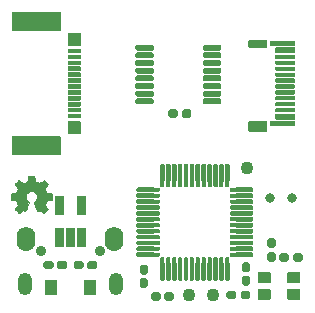
<source format=gbs>
%TF.GenerationSoftware,KiCad,Pcbnew,(5.1.7)-1*%
%TF.CreationDate,2020-11-06T21:26:38+01:00*%
%TF.ProjectId,twonkie,74776f6e-6b69-4652-9e6b-696361645f70,rev?*%
%TF.SameCoordinates,PX448d510PY20b3950*%
%TF.FileFunction,Soldermask,Bot*%
%TF.FilePolarity,Negative*%
%FSLAX46Y46*%
G04 Gerber Fmt 4.6, Leading zero omitted, Abs format (unit mm)*
G04 Created by KiCad (PCBNEW (5.1.7)-1) date 2020-11-06 21:26:38*
%MOMM*%
%LPD*%
G01*
G04 APERTURE LIST*
%ADD10C,0.002540*%
%ADD11C,1.101600*%
%ADD12O,0.901600X0.901600*%
%ADD13O,1.251600X1.901600*%
%ADD14O,1.551600X2.101600*%
%ADD15C,0.801600*%
G04 APERTURE END LIST*
D10*
%TO.C,G\u002A\u002A\u002A*%
G36*
X3091180Y-17320260D02*
G01*
X3073400Y-17310100D01*
X3032760Y-17284700D01*
X2974340Y-17246600D01*
X2905760Y-17198340D01*
X2834640Y-17152620D01*
X2778760Y-17114520D01*
X2738120Y-17089120D01*
X2722880Y-17078960D01*
X2712720Y-17081500D01*
X2679700Y-17099280D01*
X2631440Y-17122140D01*
X2606040Y-17137380D01*
X2560320Y-17157700D01*
X2540000Y-17160240D01*
X2534920Y-17155160D01*
X2519680Y-17119600D01*
X2494280Y-17063720D01*
X2461260Y-16987520D01*
X2423160Y-16898620D01*
X2382520Y-16802100D01*
X2341880Y-16705580D01*
X2303780Y-16611600D01*
X2268220Y-16527780D01*
X2242820Y-16459200D01*
X2222500Y-16413480D01*
X2217420Y-16393160D01*
X2219960Y-16388080D01*
X2240280Y-16367760D01*
X2278380Y-16337280D01*
X2362200Y-16271240D01*
X2443480Y-16169640D01*
X2494280Y-16052800D01*
X2509520Y-15923260D01*
X2496820Y-15803880D01*
X2448560Y-15692120D01*
X2369820Y-15587980D01*
X2273300Y-15511780D01*
X2159000Y-15463520D01*
X2032000Y-15448280D01*
X1910080Y-15460980D01*
X1793240Y-15506700D01*
X1691640Y-15585440D01*
X1645920Y-15636240D01*
X1587500Y-15740380D01*
X1551940Y-15852140D01*
X1549400Y-15880080D01*
X1554480Y-16002000D01*
X1590040Y-16121380D01*
X1656080Y-16225520D01*
X1744980Y-16311880D01*
X1757680Y-16319500D01*
X1798320Y-16352520D01*
X1826260Y-16372840D01*
X1849120Y-16390620D01*
X1691640Y-16766540D01*
X1666240Y-16827500D01*
X1623060Y-16931640D01*
X1584960Y-17020540D01*
X1557020Y-17089120D01*
X1534160Y-17137380D01*
X1526540Y-17155160D01*
X1524000Y-17157700D01*
X1511300Y-17160240D01*
X1483360Y-17150080D01*
X1430020Y-17124680D01*
X1394460Y-17106900D01*
X1353820Y-17086580D01*
X1336040Y-17078960D01*
X1320800Y-17086580D01*
X1282700Y-17111980D01*
X1226820Y-17150080D01*
X1160780Y-17195800D01*
X1094740Y-17238980D01*
X1036320Y-17277080D01*
X993140Y-17305020D01*
X972820Y-17317720D01*
X970280Y-17317720D01*
X949960Y-17307560D01*
X916940Y-17277080D01*
X866140Y-17228820D01*
X792480Y-17157700D01*
X782320Y-17147540D01*
X721360Y-17086580D01*
X673100Y-17035780D01*
X642620Y-17000220D01*
X629920Y-16982440D01*
X640080Y-16962120D01*
X668020Y-16918940D01*
X706120Y-16860520D01*
X754380Y-16789400D01*
X878840Y-16609060D01*
X810260Y-16436340D01*
X789940Y-16385540D01*
X762000Y-16322040D01*
X744220Y-16276320D01*
X734060Y-16256000D01*
X713740Y-16248380D01*
X668020Y-16238220D01*
X599440Y-16225520D01*
X518160Y-16210280D01*
X441960Y-16195040D01*
X370840Y-16182340D01*
X322580Y-16172180D01*
X299720Y-16167100D01*
X294640Y-16164560D01*
X289560Y-16154400D01*
X287020Y-16129000D01*
X284480Y-16088360D01*
X284480Y-16019780D01*
X284480Y-15923260D01*
X284480Y-15913100D01*
X284480Y-15821660D01*
X287020Y-15748000D01*
X289560Y-15702280D01*
X292100Y-15681960D01*
X312420Y-15676880D01*
X363220Y-15666720D01*
X431800Y-15654020D01*
X515620Y-15638780D01*
X520700Y-15636240D01*
X604520Y-15621000D01*
X673100Y-15605760D01*
X721360Y-15595600D01*
X741680Y-15587980D01*
X746760Y-15582900D01*
X762000Y-15549880D01*
X787400Y-15499080D01*
X812800Y-15435580D01*
X840740Y-15372080D01*
X863600Y-15313660D01*
X878840Y-15270480D01*
X883920Y-15250160D01*
X871220Y-15229840D01*
X843280Y-15186660D01*
X802640Y-15128240D01*
X754380Y-15057120D01*
X751840Y-15052040D01*
X703580Y-14980920D01*
X665480Y-14922500D01*
X640080Y-14879320D01*
X629920Y-14861540D01*
X629920Y-14859000D01*
X645160Y-14838680D01*
X680720Y-14798040D01*
X731520Y-14744700D01*
X795020Y-14683740D01*
X812800Y-14665960D01*
X881380Y-14597380D01*
X929640Y-14554200D01*
X957580Y-14531340D01*
X972820Y-14526260D01*
X993140Y-14538960D01*
X1038860Y-14569440D01*
X1097280Y-14610080D01*
X1168400Y-14658340D01*
X1173480Y-14660880D01*
X1244600Y-14709140D01*
X1303020Y-14747240D01*
X1343660Y-14775180D01*
X1361440Y-14785340D01*
X1363980Y-14785340D01*
X1391920Y-14777720D01*
X1442720Y-14759940D01*
X1503680Y-14737080D01*
X1569720Y-14711680D01*
X1628140Y-14686280D01*
X1671320Y-14665960D01*
X1691640Y-14653260D01*
X1694180Y-14653260D01*
X1699260Y-14627860D01*
X1711960Y-14574520D01*
X1727200Y-14503400D01*
X1742440Y-14417040D01*
X1744980Y-14404340D01*
X1762760Y-14320520D01*
X1775460Y-14251940D01*
X1785620Y-14203680D01*
X1790700Y-14183360D01*
X1800860Y-14180820D01*
X1841500Y-14178280D01*
X1905000Y-14178280D01*
X1981200Y-14175740D01*
X2057400Y-14175740D01*
X2136140Y-14178280D01*
X2202180Y-14180820D01*
X2247900Y-14183360D01*
X2268220Y-14188440D01*
X2275840Y-14213840D01*
X2288540Y-14267180D01*
X2301240Y-14340840D01*
X2319020Y-14424660D01*
X2321560Y-14439900D01*
X2336800Y-14523720D01*
X2352040Y-14592300D01*
X2362200Y-14638020D01*
X2367280Y-14658340D01*
X2374900Y-14660880D01*
X2407920Y-14676120D01*
X2463800Y-14698980D01*
X2532380Y-14726920D01*
X2692400Y-14792960D01*
X2890520Y-14658340D01*
X2908300Y-14645640D01*
X2979420Y-14597380D01*
X3035300Y-14559280D01*
X3075940Y-14533880D01*
X3093720Y-14523720D01*
X3114040Y-14541500D01*
X3154680Y-14577060D01*
X3205480Y-14630400D01*
X3268980Y-14691360D01*
X3314700Y-14737080D01*
X3368040Y-14792960D01*
X3403600Y-14828520D01*
X3421380Y-14853920D01*
X3429000Y-14866620D01*
X3426460Y-14876780D01*
X3413760Y-14897100D01*
X3385820Y-14940280D01*
X3345180Y-14998700D01*
X3296920Y-15069820D01*
X3256280Y-15128240D01*
X3215640Y-15194280D01*
X3187700Y-15240000D01*
X3177540Y-15262860D01*
X3180080Y-15273020D01*
X3192780Y-15311120D01*
X3215640Y-15369540D01*
X3246120Y-15438120D01*
X3314700Y-15593060D01*
X3416300Y-15613380D01*
X3477260Y-15626080D01*
X3563620Y-15641320D01*
X3647440Y-15659100D01*
X3776980Y-15681960D01*
X3782060Y-16154400D01*
X3761740Y-16164560D01*
X3741420Y-16169640D01*
X3693160Y-16179800D01*
X3624580Y-16192500D01*
X3545840Y-16207740D01*
X3477260Y-16220440D01*
X3408680Y-16235680D01*
X3357880Y-16243300D01*
X3335020Y-16248380D01*
X3329940Y-16256000D01*
X3312160Y-16289020D01*
X3289300Y-16342360D01*
X3261360Y-16405860D01*
X3233420Y-16474440D01*
X3208020Y-16535400D01*
X3192780Y-16581120D01*
X3185160Y-16606520D01*
X3195320Y-16624300D01*
X3220720Y-16664940D01*
X3258820Y-16723360D01*
X3307080Y-16791940D01*
X3352800Y-16860520D01*
X3393440Y-16918940D01*
X3421380Y-16959580D01*
X3431540Y-16979900D01*
X3426460Y-16992600D01*
X3398520Y-17025620D01*
X3347720Y-17078960D01*
X3268980Y-17155160D01*
X3256280Y-17167860D01*
X3195320Y-17226280D01*
X3144520Y-17274540D01*
X3108960Y-17307560D01*
X3091180Y-17320260D01*
G37*
X3091180Y-17320260D02*
X3073400Y-17310100D01*
X3032760Y-17284700D01*
X2974340Y-17246600D01*
X2905760Y-17198340D01*
X2834640Y-17152620D01*
X2778760Y-17114520D01*
X2738120Y-17089120D01*
X2722880Y-17078960D01*
X2712720Y-17081500D01*
X2679700Y-17099280D01*
X2631440Y-17122140D01*
X2606040Y-17137380D01*
X2560320Y-17157700D01*
X2540000Y-17160240D01*
X2534920Y-17155160D01*
X2519680Y-17119600D01*
X2494280Y-17063720D01*
X2461260Y-16987520D01*
X2423160Y-16898620D01*
X2382520Y-16802100D01*
X2341880Y-16705580D01*
X2303780Y-16611600D01*
X2268220Y-16527780D01*
X2242820Y-16459200D01*
X2222500Y-16413480D01*
X2217420Y-16393160D01*
X2219960Y-16388080D01*
X2240280Y-16367760D01*
X2278380Y-16337280D01*
X2362200Y-16271240D01*
X2443480Y-16169640D01*
X2494280Y-16052800D01*
X2509520Y-15923260D01*
X2496820Y-15803880D01*
X2448560Y-15692120D01*
X2369820Y-15587980D01*
X2273300Y-15511780D01*
X2159000Y-15463520D01*
X2032000Y-15448280D01*
X1910080Y-15460980D01*
X1793240Y-15506700D01*
X1691640Y-15585440D01*
X1645920Y-15636240D01*
X1587500Y-15740380D01*
X1551940Y-15852140D01*
X1549400Y-15880080D01*
X1554480Y-16002000D01*
X1590040Y-16121380D01*
X1656080Y-16225520D01*
X1744980Y-16311880D01*
X1757680Y-16319500D01*
X1798320Y-16352520D01*
X1826260Y-16372840D01*
X1849120Y-16390620D01*
X1691640Y-16766540D01*
X1666240Y-16827500D01*
X1623060Y-16931640D01*
X1584960Y-17020540D01*
X1557020Y-17089120D01*
X1534160Y-17137380D01*
X1526540Y-17155160D01*
X1524000Y-17157700D01*
X1511300Y-17160240D01*
X1483360Y-17150080D01*
X1430020Y-17124680D01*
X1394460Y-17106900D01*
X1353820Y-17086580D01*
X1336040Y-17078960D01*
X1320800Y-17086580D01*
X1282700Y-17111980D01*
X1226820Y-17150080D01*
X1160780Y-17195800D01*
X1094740Y-17238980D01*
X1036320Y-17277080D01*
X993140Y-17305020D01*
X972820Y-17317720D01*
X970280Y-17317720D01*
X949960Y-17307560D01*
X916940Y-17277080D01*
X866140Y-17228820D01*
X792480Y-17157700D01*
X782320Y-17147540D01*
X721360Y-17086580D01*
X673100Y-17035780D01*
X642620Y-17000220D01*
X629920Y-16982440D01*
X640080Y-16962120D01*
X668020Y-16918940D01*
X706120Y-16860520D01*
X754380Y-16789400D01*
X878840Y-16609060D01*
X810260Y-16436340D01*
X789940Y-16385540D01*
X762000Y-16322040D01*
X744220Y-16276320D01*
X734060Y-16256000D01*
X713740Y-16248380D01*
X668020Y-16238220D01*
X599440Y-16225520D01*
X518160Y-16210280D01*
X441960Y-16195040D01*
X370840Y-16182340D01*
X322580Y-16172180D01*
X299720Y-16167100D01*
X294640Y-16164560D01*
X289560Y-16154400D01*
X287020Y-16129000D01*
X284480Y-16088360D01*
X284480Y-16019780D01*
X284480Y-15923260D01*
X284480Y-15913100D01*
X284480Y-15821660D01*
X287020Y-15748000D01*
X289560Y-15702280D01*
X292100Y-15681960D01*
X312420Y-15676880D01*
X363220Y-15666720D01*
X431800Y-15654020D01*
X515620Y-15638780D01*
X520700Y-15636240D01*
X604520Y-15621000D01*
X673100Y-15605760D01*
X721360Y-15595600D01*
X741680Y-15587980D01*
X746760Y-15582900D01*
X762000Y-15549880D01*
X787400Y-15499080D01*
X812800Y-15435580D01*
X840740Y-15372080D01*
X863600Y-15313660D01*
X878840Y-15270480D01*
X883920Y-15250160D01*
X871220Y-15229840D01*
X843280Y-15186660D01*
X802640Y-15128240D01*
X754380Y-15057120D01*
X751840Y-15052040D01*
X703580Y-14980920D01*
X665480Y-14922500D01*
X640080Y-14879320D01*
X629920Y-14861540D01*
X629920Y-14859000D01*
X645160Y-14838680D01*
X680720Y-14798040D01*
X731520Y-14744700D01*
X795020Y-14683740D01*
X812800Y-14665960D01*
X881380Y-14597380D01*
X929640Y-14554200D01*
X957580Y-14531340D01*
X972820Y-14526260D01*
X993140Y-14538960D01*
X1038860Y-14569440D01*
X1097280Y-14610080D01*
X1168400Y-14658340D01*
X1173480Y-14660880D01*
X1244600Y-14709140D01*
X1303020Y-14747240D01*
X1343660Y-14775180D01*
X1361440Y-14785340D01*
X1363980Y-14785340D01*
X1391920Y-14777720D01*
X1442720Y-14759940D01*
X1503680Y-14737080D01*
X1569720Y-14711680D01*
X1628140Y-14686280D01*
X1671320Y-14665960D01*
X1691640Y-14653260D01*
X1694180Y-14653260D01*
X1699260Y-14627860D01*
X1711960Y-14574520D01*
X1727200Y-14503400D01*
X1742440Y-14417040D01*
X1744980Y-14404340D01*
X1762760Y-14320520D01*
X1775460Y-14251940D01*
X1785620Y-14203680D01*
X1790700Y-14183360D01*
X1800860Y-14180820D01*
X1841500Y-14178280D01*
X1905000Y-14178280D01*
X1981200Y-14175740D01*
X2057400Y-14175740D01*
X2136140Y-14178280D01*
X2202180Y-14180820D01*
X2247900Y-14183360D01*
X2268220Y-14188440D01*
X2275840Y-14213840D01*
X2288540Y-14267180D01*
X2301240Y-14340840D01*
X2319020Y-14424660D01*
X2321560Y-14439900D01*
X2336800Y-14523720D01*
X2352040Y-14592300D01*
X2362200Y-14638020D01*
X2367280Y-14658340D01*
X2374900Y-14660880D01*
X2407920Y-14676120D01*
X2463800Y-14698980D01*
X2532380Y-14726920D01*
X2692400Y-14792960D01*
X2890520Y-14658340D01*
X2908300Y-14645640D01*
X2979420Y-14597380D01*
X3035300Y-14559280D01*
X3075940Y-14533880D01*
X3093720Y-14523720D01*
X3114040Y-14541500D01*
X3154680Y-14577060D01*
X3205480Y-14630400D01*
X3268980Y-14691360D01*
X3314700Y-14737080D01*
X3368040Y-14792960D01*
X3403600Y-14828520D01*
X3421380Y-14853920D01*
X3429000Y-14866620D01*
X3426460Y-14876780D01*
X3413760Y-14897100D01*
X3385820Y-14940280D01*
X3345180Y-14998700D01*
X3296920Y-15069820D01*
X3256280Y-15128240D01*
X3215640Y-15194280D01*
X3187700Y-15240000D01*
X3177540Y-15262860D01*
X3180080Y-15273020D01*
X3192780Y-15311120D01*
X3215640Y-15369540D01*
X3246120Y-15438120D01*
X3314700Y-15593060D01*
X3416300Y-15613380D01*
X3477260Y-15626080D01*
X3563620Y-15641320D01*
X3647440Y-15659100D01*
X3776980Y-15681960D01*
X3782060Y-16154400D01*
X3761740Y-16164560D01*
X3741420Y-16169640D01*
X3693160Y-16179800D01*
X3624580Y-16192500D01*
X3545840Y-16207740D01*
X3477260Y-16220440D01*
X3408680Y-16235680D01*
X3357880Y-16243300D01*
X3335020Y-16248380D01*
X3329940Y-16256000D01*
X3312160Y-16289020D01*
X3289300Y-16342360D01*
X3261360Y-16405860D01*
X3233420Y-16474440D01*
X3208020Y-16535400D01*
X3192780Y-16581120D01*
X3185160Y-16606520D01*
X3195320Y-16624300D01*
X3220720Y-16664940D01*
X3258820Y-16723360D01*
X3307080Y-16791940D01*
X3352800Y-16860520D01*
X3393440Y-16918940D01*
X3421380Y-16959580D01*
X3431540Y-16979900D01*
X3426460Y-16992600D01*
X3398520Y-17025620D01*
X3347720Y-17078960D01*
X3268980Y-17155160D01*
X3256280Y-17167860D01*
X3195320Y-17226280D01*
X3144520Y-17274540D01*
X3108960Y-17307560D01*
X3091180Y-17320260D01*
%TD*%
D11*
%TO.C,TP1*%
X20320000Y-13462000D03*
%TD*%
%TO.C,U4*%
G36*
G01*
X12037100Y-15671700D02*
X12837900Y-15671700D01*
G75*
G02*
X12925800Y-15759600I0J-87900D01*
G01*
X12925800Y-15935400D01*
G75*
G02*
X12837900Y-16023300I-87900J0D01*
G01*
X12037100Y-16023300D01*
G75*
G02*
X11949200Y-15935400I0J87900D01*
G01*
X11949200Y-15759600D01*
G75*
G02*
X12037100Y-15671700I87900J0D01*
G01*
G37*
G36*
G01*
X12037100Y-16171700D02*
X12837900Y-16171700D01*
G75*
G02*
X12925800Y-16259600I0J-87900D01*
G01*
X12925800Y-16435400D01*
G75*
G02*
X12837900Y-16523300I-87900J0D01*
G01*
X12037100Y-16523300D01*
G75*
G02*
X11949200Y-16435400I0J87900D01*
G01*
X11949200Y-16259600D01*
G75*
G02*
X12037100Y-16171700I87900J0D01*
G01*
G37*
G36*
G01*
X12037100Y-17171700D02*
X12837900Y-17171700D01*
G75*
G02*
X12925800Y-17259600I0J-87900D01*
G01*
X12925800Y-17435400D01*
G75*
G02*
X12837900Y-17523300I-87900J0D01*
G01*
X12037100Y-17523300D01*
G75*
G02*
X11949200Y-17435400I0J87900D01*
G01*
X11949200Y-17259600D01*
G75*
G02*
X12037100Y-17171700I87900J0D01*
G01*
G37*
G36*
G01*
X12037100Y-17671700D02*
X12837900Y-17671700D01*
G75*
G02*
X12925800Y-17759600I0J-87900D01*
G01*
X12925800Y-17935400D01*
G75*
G02*
X12837900Y-18023300I-87900J0D01*
G01*
X12037100Y-18023300D01*
G75*
G02*
X11949200Y-17935400I0J87900D01*
G01*
X11949200Y-17759600D01*
G75*
G02*
X12037100Y-17671700I87900J0D01*
G01*
G37*
G36*
G01*
X12037100Y-18171700D02*
X12837900Y-18171700D01*
G75*
G02*
X12925800Y-18259600I0J-87900D01*
G01*
X12925800Y-18435400D01*
G75*
G02*
X12837900Y-18523300I-87900J0D01*
G01*
X12037100Y-18523300D01*
G75*
G02*
X11949200Y-18435400I0J87900D01*
G01*
X11949200Y-18259600D01*
G75*
G02*
X12037100Y-18171700I87900J0D01*
G01*
G37*
G36*
G01*
X12037100Y-15171700D02*
X12837900Y-15171700D01*
G75*
G02*
X12925800Y-15259600I0J-87900D01*
G01*
X12925800Y-15435400D01*
G75*
G02*
X12837900Y-15523300I-87900J0D01*
G01*
X12037100Y-15523300D01*
G75*
G02*
X11949200Y-15435400I0J87900D01*
G01*
X11949200Y-15259600D01*
G75*
G02*
X12037100Y-15171700I87900J0D01*
G01*
G37*
G36*
G01*
X12037100Y-16671700D02*
X12837900Y-16671700D01*
G75*
G02*
X12925800Y-16759600I0J-87900D01*
G01*
X12925800Y-16935400D01*
G75*
G02*
X12837900Y-17023300I-87900J0D01*
G01*
X12037100Y-17023300D01*
G75*
G02*
X11949200Y-16935400I0J87900D01*
G01*
X11949200Y-16759600D01*
G75*
G02*
X12037100Y-16671700I87900J0D01*
G01*
G37*
G36*
G01*
X18912100Y-19671700D02*
X19712900Y-19671700D01*
G75*
G02*
X19800800Y-19759600I0J-87900D01*
G01*
X19800800Y-19935400D01*
G75*
G02*
X19712900Y-20023300I-87900J0D01*
G01*
X18912100Y-20023300D01*
G75*
G02*
X18824200Y-19935400I0J87900D01*
G01*
X18824200Y-19759600D01*
G75*
G02*
X18912100Y-19671700I87900J0D01*
G01*
G37*
G36*
G01*
X14537100Y-14171700D02*
X14712900Y-14171700D01*
G75*
G02*
X14800800Y-14259600I0J-87900D01*
G01*
X14800800Y-15060400D01*
G75*
G02*
X14712900Y-15148300I-87900J0D01*
G01*
X14537100Y-15148300D01*
G75*
G02*
X14449200Y-15060400I0J87900D01*
G01*
X14449200Y-14259600D01*
G75*
G02*
X14537100Y-14171700I87900J0D01*
G01*
G37*
G36*
G01*
X17037100Y-14171700D02*
X17212900Y-14171700D01*
G75*
G02*
X17300800Y-14259600I0J-87900D01*
G01*
X17300800Y-15060400D01*
G75*
G02*
X17212900Y-15148300I-87900J0D01*
G01*
X17037100Y-15148300D01*
G75*
G02*
X16949200Y-15060400I0J87900D01*
G01*
X16949200Y-14259600D01*
G75*
G02*
X17037100Y-14171700I87900J0D01*
G01*
G37*
G36*
G01*
X17537100Y-14171700D02*
X17712900Y-14171700D01*
G75*
G02*
X17800800Y-14259600I0J-87900D01*
G01*
X17800800Y-15060400D01*
G75*
G02*
X17712900Y-15148300I-87900J0D01*
G01*
X17537100Y-15148300D01*
G75*
G02*
X17449200Y-15060400I0J87900D01*
G01*
X17449200Y-14259600D01*
G75*
G02*
X17537100Y-14171700I87900J0D01*
G01*
G37*
G36*
G01*
X16037100Y-14171700D02*
X16212900Y-14171700D01*
G75*
G02*
X16300800Y-14259600I0J-87900D01*
G01*
X16300800Y-15060400D01*
G75*
G02*
X16212900Y-15148300I-87900J0D01*
G01*
X16037100Y-15148300D01*
G75*
G02*
X15949200Y-15060400I0J87900D01*
G01*
X15949200Y-14259600D01*
G75*
G02*
X16037100Y-14171700I87900J0D01*
G01*
G37*
G36*
G01*
X13037100Y-14171700D02*
X13212900Y-14171700D01*
G75*
G02*
X13300800Y-14259600I0J-87900D01*
G01*
X13300800Y-15060400D01*
G75*
G02*
X13212900Y-15148300I-87900J0D01*
G01*
X13037100Y-15148300D01*
G75*
G02*
X12949200Y-15060400I0J87900D01*
G01*
X12949200Y-14259600D01*
G75*
G02*
X13037100Y-14171700I87900J0D01*
G01*
G37*
G36*
G01*
X16537100Y-21046700D02*
X16712900Y-21046700D01*
G75*
G02*
X16800800Y-21134600I0J-87900D01*
G01*
X16800800Y-21935400D01*
G75*
G02*
X16712900Y-22023300I-87900J0D01*
G01*
X16537100Y-22023300D01*
G75*
G02*
X16449200Y-21935400I0J87900D01*
G01*
X16449200Y-21134600D01*
G75*
G02*
X16537100Y-21046700I87900J0D01*
G01*
G37*
G36*
G01*
X17037100Y-21046700D02*
X17212900Y-21046700D01*
G75*
G02*
X17300800Y-21134600I0J-87900D01*
G01*
X17300800Y-21935400D01*
G75*
G02*
X17212900Y-22023300I-87900J0D01*
G01*
X17037100Y-22023300D01*
G75*
G02*
X16949200Y-21935400I0J87900D01*
G01*
X16949200Y-21134600D01*
G75*
G02*
X17037100Y-21046700I87900J0D01*
G01*
G37*
G36*
G01*
X16537100Y-14171700D02*
X16712900Y-14171700D01*
G75*
G02*
X16800800Y-14259600I0J-87900D01*
G01*
X16800800Y-15060400D01*
G75*
G02*
X16712900Y-15148300I-87900J0D01*
G01*
X16537100Y-15148300D01*
G75*
G02*
X16449200Y-15060400I0J87900D01*
G01*
X16449200Y-14259600D01*
G75*
G02*
X16537100Y-14171700I87900J0D01*
G01*
G37*
G36*
G01*
X16037100Y-21046700D02*
X16212900Y-21046700D01*
G75*
G02*
X16300800Y-21134600I0J-87900D01*
G01*
X16300800Y-21935400D01*
G75*
G02*
X16212900Y-22023300I-87900J0D01*
G01*
X16037100Y-22023300D01*
G75*
G02*
X15949200Y-21935400I0J87900D01*
G01*
X15949200Y-21134600D01*
G75*
G02*
X16037100Y-21046700I87900J0D01*
G01*
G37*
G36*
G01*
X15537100Y-21046700D02*
X15712900Y-21046700D01*
G75*
G02*
X15800800Y-21134600I0J-87900D01*
G01*
X15800800Y-21935400D01*
G75*
G02*
X15712900Y-22023300I-87900J0D01*
G01*
X15537100Y-22023300D01*
G75*
G02*
X15449200Y-21935400I0J87900D01*
G01*
X15449200Y-21134600D01*
G75*
G02*
X15537100Y-21046700I87900J0D01*
G01*
G37*
G36*
G01*
X18912100Y-17171700D02*
X19712900Y-17171700D01*
G75*
G02*
X19800800Y-17259600I0J-87900D01*
G01*
X19800800Y-17435400D01*
G75*
G02*
X19712900Y-17523300I-87900J0D01*
G01*
X18912100Y-17523300D01*
G75*
G02*
X18824200Y-17435400I0J87900D01*
G01*
X18824200Y-17259600D01*
G75*
G02*
X18912100Y-17171700I87900J0D01*
G01*
G37*
G36*
G01*
X18912100Y-16671700D02*
X19712900Y-16671700D01*
G75*
G02*
X19800800Y-16759600I0J-87900D01*
G01*
X19800800Y-16935400D01*
G75*
G02*
X19712900Y-17023300I-87900J0D01*
G01*
X18912100Y-17023300D01*
G75*
G02*
X18824200Y-16935400I0J87900D01*
G01*
X18824200Y-16759600D01*
G75*
G02*
X18912100Y-16671700I87900J0D01*
G01*
G37*
G36*
G01*
X18912100Y-16171700D02*
X19712900Y-16171700D01*
G75*
G02*
X19800800Y-16259600I0J-87900D01*
G01*
X19800800Y-16435400D01*
G75*
G02*
X19712900Y-16523300I-87900J0D01*
G01*
X18912100Y-16523300D01*
G75*
G02*
X18824200Y-16435400I0J87900D01*
G01*
X18824200Y-16259600D01*
G75*
G02*
X18912100Y-16171700I87900J0D01*
G01*
G37*
G36*
G01*
X18912100Y-17671700D02*
X19712900Y-17671700D01*
G75*
G02*
X19800800Y-17759600I0J-87900D01*
G01*
X19800800Y-17935400D01*
G75*
G02*
X19712900Y-18023300I-87900J0D01*
G01*
X18912100Y-18023300D01*
G75*
G02*
X18824200Y-17935400I0J87900D01*
G01*
X18824200Y-17759600D01*
G75*
G02*
X18912100Y-17671700I87900J0D01*
G01*
G37*
G36*
G01*
X18912100Y-19171700D02*
X19712900Y-19171700D01*
G75*
G02*
X19800800Y-19259600I0J-87900D01*
G01*
X19800800Y-19435400D01*
G75*
G02*
X19712900Y-19523300I-87900J0D01*
G01*
X18912100Y-19523300D01*
G75*
G02*
X18824200Y-19435400I0J87900D01*
G01*
X18824200Y-19259600D01*
G75*
G02*
X18912100Y-19171700I87900J0D01*
G01*
G37*
G36*
G01*
X14037100Y-14171700D02*
X14212900Y-14171700D01*
G75*
G02*
X14300800Y-14259600I0J-87900D01*
G01*
X14300800Y-15060400D01*
G75*
G02*
X14212900Y-15148300I-87900J0D01*
G01*
X14037100Y-15148300D01*
G75*
G02*
X13949200Y-15060400I0J87900D01*
G01*
X13949200Y-14259600D01*
G75*
G02*
X14037100Y-14171700I87900J0D01*
G01*
G37*
G36*
G01*
X18537100Y-21046700D02*
X18712900Y-21046700D01*
G75*
G02*
X18800800Y-21134600I0J-87900D01*
G01*
X18800800Y-21935400D01*
G75*
G02*
X18712900Y-22023300I-87900J0D01*
G01*
X18537100Y-22023300D01*
G75*
G02*
X18449200Y-21935400I0J87900D01*
G01*
X18449200Y-21134600D01*
G75*
G02*
X18537100Y-21046700I87900J0D01*
G01*
G37*
G36*
G01*
X18037100Y-14171700D02*
X18212900Y-14171700D01*
G75*
G02*
X18300800Y-14259600I0J-87900D01*
G01*
X18300800Y-15060400D01*
G75*
G02*
X18212900Y-15148300I-87900J0D01*
G01*
X18037100Y-15148300D01*
G75*
G02*
X17949200Y-15060400I0J87900D01*
G01*
X17949200Y-14259600D01*
G75*
G02*
X18037100Y-14171700I87900J0D01*
G01*
G37*
G36*
G01*
X18912100Y-20171700D02*
X19712900Y-20171700D01*
G75*
G02*
X19800800Y-20259600I0J-87900D01*
G01*
X19800800Y-20435400D01*
G75*
G02*
X19712900Y-20523300I-87900J0D01*
G01*
X18912100Y-20523300D01*
G75*
G02*
X18824200Y-20435400I0J87900D01*
G01*
X18824200Y-20259600D01*
G75*
G02*
X18912100Y-20171700I87900J0D01*
G01*
G37*
G36*
G01*
X13037100Y-21046700D02*
X13212900Y-21046700D01*
G75*
G02*
X13300800Y-21134600I0J-87900D01*
G01*
X13300800Y-21935400D01*
G75*
G02*
X13212900Y-22023300I-87900J0D01*
G01*
X13037100Y-22023300D01*
G75*
G02*
X12949200Y-21935400I0J87900D01*
G01*
X12949200Y-21134600D01*
G75*
G02*
X13037100Y-21046700I87900J0D01*
G01*
G37*
G36*
G01*
X12037100Y-19171700D02*
X12837900Y-19171700D01*
G75*
G02*
X12925800Y-19259600I0J-87900D01*
G01*
X12925800Y-19435400D01*
G75*
G02*
X12837900Y-19523300I-87900J0D01*
G01*
X12037100Y-19523300D01*
G75*
G02*
X11949200Y-19435400I0J87900D01*
G01*
X11949200Y-19259600D01*
G75*
G02*
X12037100Y-19171700I87900J0D01*
G01*
G37*
G36*
G01*
X14037100Y-21046700D02*
X14212900Y-21046700D01*
G75*
G02*
X14300800Y-21134600I0J-87900D01*
G01*
X14300800Y-21935400D01*
G75*
G02*
X14212900Y-22023300I-87900J0D01*
G01*
X14037100Y-22023300D01*
G75*
G02*
X13949200Y-21935400I0J87900D01*
G01*
X13949200Y-21134600D01*
G75*
G02*
X14037100Y-21046700I87900J0D01*
G01*
G37*
G36*
G01*
X17537100Y-21046700D02*
X17712900Y-21046700D01*
G75*
G02*
X17800800Y-21134600I0J-87900D01*
G01*
X17800800Y-21935400D01*
G75*
G02*
X17712900Y-22023300I-87900J0D01*
G01*
X17537100Y-22023300D01*
G75*
G02*
X17449200Y-21935400I0J87900D01*
G01*
X17449200Y-21134600D01*
G75*
G02*
X17537100Y-21046700I87900J0D01*
G01*
G37*
G36*
G01*
X18912100Y-15171700D02*
X19712900Y-15171700D01*
G75*
G02*
X19800800Y-15259600I0J-87900D01*
G01*
X19800800Y-15435400D01*
G75*
G02*
X19712900Y-15523300I-87900J0D01*
G01*
X18912100Y-15523300D01*
G75*
G02*
X18824200Y-15435400I0J87900D01*
G01*
X18824200Y-15259600D01*
G75*
G02*
X18912100Y-15171700I87900J0D01*
G01*
G37*
G36*
G01*
X15037100Y-14171700D02*
X15212900Y-14171700D01*
G75*
G02*
X15300800Y-14259600I0J-87900D01*
G01*
X15300800Y-15060400D01*
G75*
G02*
X15212900Y-15148300I-87900J0D01*
G01*
X15037100Y-15148300D01*
G75*
G02*
X14949200Y-15060400I0J87900D01*
G01*
X14949200Y-14259600D01*
G75*
G02*
X15037100Y-14171700I87900J0D01*
G01*
G37*
G36*
G01*
X12037100Y-19671700D02*
X12837900Y-19671700D01*
G75*
G02*
X12925800Y-19759600I0J-87900D01*
G01*
X12925800Y-19935400D01*
G75*
G02*
X12837900Y-20023300I-87900J0D01*
G01*
X12037100Y-20023300D01*
G75*
G02*
X11949200Y-19935400I0J87900D01*
G01*
X11949200Y-19759600D01*
G75*
G02*
X12037100Y-19671700I87900J0D01*
G01*
G37*
G36*
G01*
X14537100Y-21046700D02*
X14712900Y-21046700D01*
G75*
G02*
X14800800Y-21134600I0J-87900D01*
G01*
X14800800Y-21935400D01*
G75*
G02*
X14712900Y-22023300I-87900J0D01*
G01*
X14537100Y-22023300D01*
G75*
G02*
X14449200Y-21935400I0J87900D01*
G01*
X14449200Y-21134600D01*
G75*
G02*
X14537100Y-21046700I87900J0D01*
G01*
G37*
G36*
G01*
X18912100Y-20671700D02*
X19712900Y-20671700D01*
G75*
G02*
X19800800Y-20759600I0J-87900D01*
G01*
X19800800Y-20935400D01*
G75*
G02*
X19712900Y-21023300I-87900J0D01*
G01*
X18912100Y-21023300D01*
G75*
G02*
X18824200Y-20935400I0J87900D01*
G01*
X18824200Y-20759600D01*
G75*
G02*
X18912100Y-20671700I87900J0D01*
G01*
G37*
G36*
G01*
X15537100Y-14171700D02*
X15712900Y-14171700D01*
G75*
G02*
X15800800Y-14259600I0J-87900D01*
G01*
X15800800Y-15060400D01*
G75*
G02*
X15712900Y-15148300I-87900J0D01*
G01*
X15537100Y-15148300D01*
G75*
G02*
X15449200Y-15060400I0J87900D01*
G01*
X15449200Y-14259600D01*
G75*
G02*
X15537100Y-14171700I87900J0D01*
G01*
G37*
G36*
G01*
X12037100Y-20671700D02*
X12837900Y-20671700D01*
G75*
G02*
X12925800Y-20759600I0J-87900D01*
G01*
X12925800Y-20935400D01*
G75*
G02*
X12837900Y-21023300I-87900J0D01*
G01*
X12037100Y-21023300D01*
G75*
G02*
X11949200Y-20935400I0J87900D01*
G01*
X11949200Y-20759600D01*
G75*
G02*
X12037100Y-20671700I87900J0D01*
G01*
G37*
G36*
G01*
X18912100Y-18171700D02*
X19712900Y-18171700D01*
G75*
G02*
X19800800Y-18259600I0J-87900D01*
G01*
X19800800Y-18435400D01*
G75*
G02*
X19712900Y-18523300I-87900J0D01*
G01*
X18912100Y-18523300D01*
G75*
G02*
X18824200Y-18435400I0J87900D01*
G01*
X18824200Y-18259600D01*
G75*
G02*
X18912100Y-18171700I87900J0D01*
G01*
G37*
G36*
G01*
X18912100Y-15671700D02*
X19712900Y-15671700D01*
G75*
G02*
X19800800Y-15759600I0J-87900D01*
G01*
X19800800Y-15935400D01*
G75*
G02*
X19712900Y-16023300I-87900J0D01*
G01*
X18912100Y-16023300D01*
G75*
G02*
X18824200Y-15935400I0J87900D01*
G01*
X18824200Y-15759600D01*
G75*
G02*
X18912100Y-15671700I87900J0D01*
G01*
G37*
G36*
G01*
X13537100Y-14171700D02*
X13712900Y-14171700D01*
G75*
G02*
X13800800Y-14259600I0J-87900D01*
G01*
X13800800Y-15060400D01*
G75*
G02*
X13712900Y-15148300I-87900J0D01*
G01*
X13537100Y-15148300D01*
G75*
G02*
X13449200Y-15060400I0J87900D01*
G01*
X13449200Y-14259600D01*
G75*
G02*
X13537100Y-14171700I87900J0D01*
G01*
G37*
G36*
G01*
X13537100Y-21046700D02*
X13712900Y-21046700D01*
G75*
G02*
X13800800Y-21134600I0J-87900D01*
G01*
X13800800Y-21935400D01*
G75*
G02*
X13712900Y-22023300I-87900J0D01*
G01*
X13537100Y-22023300D01*
G75*
G02*
X13449200Y-21935400I0J87900D01*
G01*
X13449200Y-21134600D01*
G75*
G02*
X13537100Y-21046700I87900J0D01*
G01*
G37*
G36*
G01*
X18537100Y-14171700D02*
X18712900Y-14171700D01*
G75*
G02*
X18800800Y-14259600I0J-87900D01*
G01*
X18800800Y-15060400D01*
G75*
G02*
X18712900Y-15148300I-87900J0D01*
G01*
X18537100Y-15148300D01*
G75*
G02*
X18449200Y-15060400I0J87900D01*
G01*
X18449200Y-14259600D01*
G75*
G02*
X18537100Y-14171700I87900J0D01*
G01*
G37*
G36*
G01*
X12037100Y-18671700D02*
X12837900Y-18671700D01*
G75*
G02*
X12925800Y-18759600I0J-87900D01*
G01*
X12925800Y-18935400D01*
G75*
G02*
X12837900Y-19023300I-87900J0D01*
G01*
X12037100Y-19023300D01*
G75*
G02*
X11949200Y-18935400I0J87900D01*
G01*
X11949200Y-18759600D01*
G75*
G02*
X12037100Y-18671700I87900J0D01*
G01*
G37*
G36*
G01*
X18912100Y-18671700D02*
X19712900Y-18671700D01*
G75*
G02*
X19800800Y-18759600I0J-87900D01*
G01*
X19800800Y-18935400D01*
G75*
G02*
X19712900Y-19023300I-87900J0D01*
G01*
X18912100Y-19023300D01*
G75*
G02*
X18824200Y-18935400I0J87900D01*
G01*
X18824200Y-18759600D01*
G75*
G02*
X18912100Y-18671700I87900J0D01*
G01*
G37*
G36*
G01*
X18037100Y-21046700D02*
X18212900Y-21046700D01*
G75*
G02*
X18300800Y-21134600I0J-87900D01*
G01*
X18300800Y-21935400D01*
G75*
G02*
X18212900Y-22023300I-87900J0D01*
G01*
X18037100Y-22023300D01*
G75*
G02*
X17949200Y-21935400I0J87900D01*
G01*
X17949200Y-21134600D01*
G75*
G02*
X18037100Y-21046700I87900J0D01*
G01*
G37*
G36*
G01*
X12037100Y-20171700D02*
X12837900Y-20171700D01*
G75*
G02*
X12925800Y-20259600I0J-87900D01*
G01*
X12925800Y-20435400D01*
G75*
G02*
X12837900Y-20523300I-87900J0D01*
G01*
X12037100Y-20523300D01*
G75*
G02*
X11949200Y-20435400I0J87900D01*
G01*
X11949200Y-20259600D01*
G75*
G02*
X12037100Y-20171700I87900J0D01*
G01*
G37*
G36*
G01*
X15037100Y-21046700D02*
X15212900Y-21046700D01*
G75*
G02*
X15300800Y-21134600I0J-87900D01*
G01*
X15300800Y-21935400D01*
G75*
G02*
X15212900Y-22023300I-87900J0D01*
G01*
X15037100Y-22023300D01*
G75*
G02*
X14949200Y-21935400I0J87900D01*
G01*
X14949200Y-21134600D01*
G75*
G02*
X15037100Y-21046700I87900J0D01*
G01*
G37*
G36*
G01*
X13024600Y-13146700D02*
X13225400Y-13146700D01*
G75*
G02*
X13325800Y-13247100I0J-100400D01*
G01*
X13325800Y-14622900D01*
G75*
G02*
X13225400Y-14723300I-100400J0D01*
G01*
X13024600Y-14723300D01*
G75*
G02*
X12924200Y-14622900I0J100400D01*
G01*
X12924200Y-13247100D01*
G75*
G02*
X13024600Y-13146700I100400J0D01*
G01*
G37*
G36*
G01*
X13524600Y-13146700D02*
X13725400Y-13146700D01*
G75*
G02*
X13825800Y-13247100I0J-100400D01*
G01*
X13825800Y-14622900D01*
G75*
G02*
X13725400Y-14723300I-100400J0D01*
G01*
X13524600Y-14723300D01*
G75*
G02*
X13424200Y-14622900I0J100400D01*
G01*
X13424200Y-13247100D01*
G75*
G02*
X13524600Y-13146700I100400J0D01*
G01*
G37*
G36*
G01*
X14024600Y-13146700D02*
X14225400Y-13146700D01*
G75*
G02*
X14325800Y-13247100I0J-100400D01*
G01*
X14325800Y-14622900D01*
G75*
G02*
X14225400Y-14723300I-100400J0D01*
G01*
X14024600Y-14723300D01*
G75*
G02*
X13924200Y-14622900I0J100400D01*
G01*
X13924200Y-13247100D01*
G75*
G02*
X14024600Y-13146700I100400J0D01*
G01*
G37*
G36*
G01*
X14524600Y-13146700D02*
X14725400Y-13146700D01*
G75*
G02*
X14825800Y-13247100I0J-100400D01*
G01*
X14825800Y-14622900D01*
G75*
G02*
X14725400Y-14723300I-100400J0D01*
G01*
X14524600Y-14723300D01*
G75*
G02*
X14424200Y-14622900I0J100400D01*
G01*
X14424200Y-13247100D01*
G75*
G02*
X14524600Y-13146700I100400J0D01*
G01*
G37*
G36*
G01*
X15024600Y-13146700D02*
X15225400Y-13146700D01*
G75*
G02*
X15325800Y-13247100I0J-100400D01*
G01*
X15325800Y-14622900D01*
G75*
G02*
X15225400Y-14723300I-100400J0D01*
G01*
X15024600Y-14723300D01*
G75*
G02*
X14924200Y-14622900I0J100400D01*
G01*
X14924200Y-13247100D01*
G75*
G02*
X15024600Y-13146700I100400J0D01*
G01*
G37*
G36*
G01*
X15524600Y-13146700D02*
X15725400Y-13146700D01*
G75*
G02*
X15825800Y-13247100I0J-100400D01*
G01*
X15825800Y-14622900D01*
G75*
G02*
X15725400Y-14723300I-100400J0D01*
G01*
X15524600Y-14723300D01*
G75*
G02*
X15424200Y-14622900I0J100400D01*
G01*
X15424200Y-13247100D01*
G75*
G02*
X15524600Y-13146700I100400J0D01*
G01*
G37*
G36*
G01*
X16024600Y-13146700D02*
X16225400Y-13146700D01*
G75*
G02*
X16325800Y-13247100I0J-100400D01*
G01*
X16325800Y-14622900D01*
G75*
G02*
X16225400Y-14723300I-100400J0D01*
G01*
X16024600Y-14723300D01*
G75*
G02*
X15924200Y-14622900I0J100400D01*
G01*
X15924200Y-13247100D01*
G75*
G02*
X16024600Y-13146700I100400J0D01*
G01*
G37*
G36*
G01*
X16524600Y-13146700D02*
X16725400Y-13146700D01*
G75*
G02*
X16825800Y-13247100I0J-100400D01*
G01*
X16825800Y-14622900D01*
G75*
G02*
X16725400Y-14723300I-100400J0D01*
G01*
X16524600Y-14723300D01*
G75*
G02*
X16424200Y-14622900I0J100400D01*
G01*
X16424200Y-13247100D01*
G75*
G02*
X16524600Y-13146700I100400J0D01*
G01*
G37*
G36*
G01*
X17024600Y-13146700D02*
X17225400Y-13146700D01*
G75*
G02*
X17325800Y-13247100I0J-100400D01*
G01*
X17325800Y-14622900D01*
G75*
G02*
X17225400Y-14723300I-100400J0D01*
G01*
X17024600Y-14723300D01*
G75*
G02*
X16924200Y-14622900I0J100400D01*
G01*
X16924200Y-13247100D01*
G75*
G02*
X17024600Y-13146700I100400J0D01*
G01*
G37*
G36*
G01*
X17524600Y-13146700D02*
X17725400Y-13146700D01*
G75*
G02*
X17825800Y-13247100I0J-100400D01*
G01*
X17825800Y-14622900D01*
G75*
G02*
X17725400Y-14723300I-100400J0D01*
G01*
X17524600Y-14723300D01*
G75*
G02*
X17424200Y-14622900I0J100400D01*
G01*
X17424200Y-13247100D01*
G75*
G02*
X17524600Y-13146700I100400J0D01*
G01*
G37*
G36*
G01*
X18024600Y-13146700D02*
X18225400Y-13146700D01*
G75*
G02*
X18325800Y-13247100I0J-100400D01*
G01*
X18325800Y-14622900D01*
G75*
G02*
X18225400Y-14723300I-100400J0D01*
G01*
X18024600Y-14723300D01*
G75*
G02*
X17924200Y-14622900I0J100400D01*
G01*
X17924200Y-13247100D01*
G75*
G02*
X18024600Y-13146700I100400J0D01*
G01*
G37*
G36*
G01*
X18524600Y-13146700D02*
X18725400Y-13146700D01*
G75*
G02*
X18825800Y-13247100I0J-100400D01*
G01*
X18825800Y-14622900D01*
G75*
G02*
X18725400Y-14723300I-100400J0D01*
G01*
X18524600Y-14723300D01*
G75*
G02*
X18424200Y-14622900I0J100400D01*
G01*
X18424200Y-13247100D01*
G75*
G02*
X18524600Y-13146700I100400J0D01*
G01*
G37*
G36*
G01*
X19349600Y-15146700D02*
X20725400Y-15146700D01*
G75*
G02*
X20825800Y-15247100I0J-100400D01*
G01*
X20825800Y-15447900D01*
G75*
G02*
X20725400Y-15548300I-100400J0D01*
G01*
X19349600Y-15548300D01*
G75*
G02*
X19249200Y-15447900I0J100400D01*
G01*
X19249200Y-15247100D01*
G75*
G02*
X19349600Y-15146700I100400J0D01*
G01*
G37*
G36*
G01*
X19349600Y-15646700D02*
X20725400Y-15646700D01*
G75*
G02*
X20825800Y-15747100I0J-100400D01*
G01*
X20825800Y-15947900D01*
G75*
G02*
X20725400Y-16048300I-100400J0D01*
G01*
X19349600Y-16048300D01*
G75*
G02*
X19249200Y-15947900I0J100400D01*
G01*
X19249200Y-15747100D01*
G75*
G02*
X19349600Y-15646700I100400J0D01*
G01*
G37*
G36*
G01*
X19349600Y-16146700D02*
X20725400Y-16146700D01*
G75*
G02*
X20825800Y-16247100I0J-100400D01*
G01*
X20825800Y-16447900D01*
G75*
G02*
X20725400Y-16548300I-100400J0D01*
G01*
X19349600Y-16548300D01*
G75*
G02*
X19249200Y-16447900I0J100400D01*
G01*
X19249200Y-16247100D01*
G75*
G02*
X19349600Y-16146700I100400J0D01*
G01*
G37*
G36*
G01*
X19349600Y-16646700D02*
X20725400Y-16646700D01*
G75*
G02*
X20825800Y-16747100I0J-100400D01*
G01*
X20825800Y-16947900D01*
G75*
G02*
X20725400Y-17048300I-100400J0D01*
G01*
X19349600Y-17048300D01*
G75*
G02*
X19249200Y-16947900I0J100400D01*
G01*
X19249200Y-16747100D01*
G75*
G02*
X19349600Y-16646700I100400J0D01*
G01*
G37*
G36*
G01*
X19349600Y-17146700D02*
X20725400Y-17146700D01*
G75*
G02*
X20825800Y-17247100I0J-100400D01*
G01*
X20825800Y-17447900D01*
G75*
G02*
X20725400Y-17548300I-100400J0D01*
G01*
X19349600Y-17548300D01*
G75*
G02*
X19249200Y-17447900I0J100400D01*
G01*
X19249200Y-17247100D01*
G75*
G02*
X19349600Y-17146700I100400J0D01*
G01*
G37*
G36*
G01*
X19349600Y-17646700D02*
X20725400Y-17646700D01*
G75*
G02*
X20825800Y-17747100I0J-100400D01*
G01*
X20825800Y-17947900D01*
G75*
G02*
X20725400Y-18048300I-100400J0D01*
G01*
X19349600Y-18048300D01*
G75*
G02*
X19249200Y-17947900I0J100400D01*
G01*
X19249200Y-17747100D01*
G75*
G02*
X19349600Y-17646700I100400J0D01*
G01*
G37*
G36*
G01*
X19349600Y-18146700D02*
X20725400Y-18146700D01*
G75*
G02*
X20825800Y-18247100I0J-100400D01*
G01*
X20825800Y-18447900D01*
G75*
G02*
X20725400Y-18548300I-100400J0D01*
G01*
X19349600Y-18548300D01*
G75*
G02*
X19249200Y-18447900I0J100400D01*
G01*
X19249200Y-18247100D01*
G75*
G02*
X19349600Y-18146700I100400J0D01*
G01*
G37*
G36*
G01*
X19349600Y-18646700D02*
X20725400Y-18646700D01*
G75*
G02*
X20825800Y-18747100I0J-100400D01*
G01*
X20825800Y-18947900D01*
G75*
G02*
X20725400Y-19048300I-100400J0D01*
G01*
X19349600Y-19048300D01*
G75*
G02*
X19249200Y-18947900I0J100400D01*
G01*
X19249200Y-18747100D01*
G75*
G02*
X19349600Y-18646700I100400J0D01*
G01*
G37*
G36*
G01*
X19349600Y-19146700D02*
X20725400Y-19146700D01*
G75*
G02*
X20825800Y-19247100I0J-100400D01*
G01*
X20825800Y-19447900D01*
G75*
G02*
X20725400Y-19548300I-100400J0D01*
G01*
X19349600Y-19548300D01*
G75*
G02*
X19249200Y-19447900I0J100400D01*
G01*
X19249200Y-19247100D01*
G75*
G02*
X19349600Y-19146700I100400J0D01*
G01*
G37*
G36*
G01*
X19349600Y-19646700D02*
X20725400Y-19646700D01*
G75*
G02*
X20825800Y-19747100I0J-100400D01*
G01*
X20825800Y-19947900D01*
G75*
G02*
X20725400Y-20048300I-100400J0D01*
G01*
X19349600Y-20048300D01*
G75*
G02*
X19249200Y-19947900I0J100400D01*
G01*
X19249200Y-19747100D01*
G75*
G02*
X19349600Y-19646700I100400J0D01*
G01*
G37*
G36*
G01*
X19349600Y-20146700D02*
X20725400Y-20146700D01*
G75*
G02*
X20825800Y-20247100I0J-100400D01*
G01*
X20825800Y-20447900D01*
G75*
G02*
X20725400Y-20548300I-100400J0D01*
G01*
X19349600Y-20548300D01*
G75*
G02*
X19249200Y-20447900I0J100400D01*
G01*
X19249200Y-20247100D01*
G75*
G02*
X19349600Y-20146700I100400J0D01*
G01*
G37*
G36*
G01*
X19349600Y-20646700D02*
X20725400Y-20646700D01*
G75*
G02*
X20825800Y-20747100I0J-100400D01*
G01*
X20825800Y-20947900D01*
G75*
G02*
X20725400Y-21048300I-100400J0D01*
G01*
X19349600Y-21048300D01*
G75*
G02*
X19249200Y-20947900I0J100400D01*
G01*
X19249200Y-20747100D01*
G75*
G02*
X19349600Y-20646700I100400J0D01*
G01*
G37*
G36*
G01*
X18524600Y-21471700D02*
X18725400Y-21471700D01*
G75*
G02*
X18825800Y-21572100I0J-100400D01*
G01*
X18825800Y-22947900D01*
G75*
G02*
X18725400Y-23048300I-100400J0D01*
G01*
X18524600Y-23048300D01*
G75*
G02*
X18424200Y-22947900I0J100400D01*
G01*
X18424200Y-21572100D01*
G75*
G02*
X18524600Y-21471700I100400J0D01*
G01*
G37*
G36*
G01*
X18024600Y-21471700D02*
X18225400Y-21471700D01*
G75*
G02*
X18325800Y-21572100I0J-100400D01*
G01*
X18325800Y-22947900D01*
G75*
G02*
X18225400Y-23048300I-100400J0D01*
G01*
X18024600Y-23048300D01*
G75*
G02*
X17924200Y-22947900I0J100400D01*
G01*
X17924200Y-21572100D01*
G75*
G02*
X18024600Y-21471700I100400J0D01*
G01*
G37*
G36*
G01*
X17524600Y-21471700D02*
X17725400Y-21471700D01*
G75*
G02*
X17825800Y-21572100I0J-100400D01*
G01*
X17825800Y-22947900D01*
G75*
G02*
X17725400Y-23048300I-100400J0D01*
G01*
X17524600Y-23048300D01*
G75*
G02*
X17424200Y-22947900I0J100400D01*
G01*
X17424200Y-21572100D01*
G75*
G02*
X17524600Y-21471700I100400J0D01*
G01*
G37*
G36*
G01*
X17024600Y-21471700D02*
X17225400Y-21471700D01*
G75*
G02*
X17325800Y-21572100I0J-100400D01*
G01*
X17325800Y-22947900D01*
G75*
G02*
X17225400Y-23048300I-100400J0D01*
G01*
X17024600Y-23048300D01*
G75*
G02*
X16924200Y-22947900I0J100400D01*
G01*
X16924200Y-21572100D01*
G75*
G02*
X17024600Y-21471700I100400J0D01*
G01*
G37*
G36*
G01*
X16524600Y-21471700D02*
X16725400Y-21471700D01*
G75*
G02*
X16825800Y-21572100I0J-100400D01*
G01*
X16825800Y-22947900D01*
G75*
G02*
X16725400Y-23048300I-100400J0D01*
G01*
X16524600Y-23048300D01*
G75*
G02*
X16424200Y-22947900I0J100400D01*
G01*
X16424200Y-21572100D01*
G75*
G02*
X16524600Y-21471700I100400J0D01*
G01*
G37*
G36*
G01*
X16024600Y-21471700D02*
X16225400Y-21471700D01*
G75*
G02*
X16325800Y-21572100I0J-100400D01*
G01*
X16325800Y-22947900D01*
G75*
G02*
X16225400Y-23048300I-100400J0D01*
G01*
X16024600Y-23048300D01*
G75*
G02*
X15924200Y-22947900I0J100400D01*
G01*
X15924200Y-21572100D01*
G75*
G02*
X16024600Y-21471700I100400J0D01*
G01*
G37*
G36*
G01*
X15524600Y-21471700D02*
X15725400Y-21471700D01*
G75*
G02*
X15825800Y-21572100I0J-100400D01*
G01*
X15825800Y-22947900D01*
G75*
G02*
X15725400Y-23048300I-100400J0D01*
G01*
X15524600Y-23048300D01*
G75*
G02*
X15424200Y-22947900I0J100400D01*
G01*
X15424200Y-21572100D01*
G75*
G02*
X15524600Y-21471700I100400J0D01*
G01*
G37*
G36*
G01*
X15024600Y-21471700D02*
X15225400Y-21471700D01*
G75*
G02*
X15325800Y-21572100I0J-100400D01*
G01*
X15325800Y-22947900D01*
G75*
G02*
X15225400Y-23048300I-100400J0D01*
G01*
X15024600Y-23048300D01*
G75*
G02*
X14924200Y-22947900I0J100400D01*
G01*
X14924200Y-21572100D01*
G75*
G02*
X15024600Y-21471700I100400J0D01*
G01*
G37*
G36*
G01*
X14524600Y-21471700D02*
X14725400Y-21471700D01*
G75*
G02*
X14825800Y-21572100I0J-100400D01*
G01*
X14825800Y-22947900D01*
G75*
G02*
X14725400Y-23048300I-100400J0D01*
G01*
X14524600Y-23048300D01*
G75*
G02*
X14424200Y-22947900I0J100400D01*
G01*
X14424200Y-21572100D01*
G75*
G02*
X14524600Y-21471700I100400J0D01*
G01*
G37*
G36*
G01*
X14024600Y-21471700D02*
X14225400Y-21471700D01*
G75*
G02*
X14325800Y-21572100I0J-100400D01*
G01*
X14325800Y-22947900D01*
G75*
G02*
X14225400Y-23048300I-100400J0D01*
G01*
X14024600Y-23048300D01*
G75*
G02*
X13924200Y-22947900I0J100400D01*
G01*
X13924200Y-21572100D01*
G75*
G02*
X14024600Y-21471700I100400J0D01*
G01*
G37*
G36*
G01*
X13524600Y-21471700D02*
X13725400Y-21471700D01*
G75*
G02*
X13825800Y-21572100I0J-100400D01*
G01*
X13825800Y-22947900D01*
G75*
G02*
X13725400Y-23048300I-100400J0D01*
G01*
X13524600Y-23048300D01*
G75*
G02*
X13424200Y-22947900I0J100400D01*
G01*
X13424200Y-21572100D01*
G75*
G02*
X13524600Y-21471700I100400J0D01*
G01*
G37*
G36*
G01*
X13024600Y-21471700D02*
X13225400Y-21471700D01*
G75*
G02*
X13325800Y-21572100I0J-100400D01*
G01*
X13325800Y-22947900D01*
G75*
G02*
X13225400Y-23048300I-100400J0D01*
G01*
X13024600Y-23048300D01*
G75*
G02*
X12924200Y-22947900I0J100400D01*
G01*
X12924200Y-21572100D01*
G75*
G02*
X13024600Y-21471700I100400J0D01*
G01*
G37*
G36*
G01*
X11024600Y-20646700D02*
X12400400Y-20646700D01*
G75*
G02*
X12500800Y-20747100I0J-100400D01*
G01*
X12500800Y-20947900D01*
G75*
G02*
X12400400Y-21048300I-100400J0D01*
G01*
X11024600Y-21048300D01*
G75*
G02*
X10924200Y-20947900I0J100400D01*
G01*
X10924200Y-20747100D01*
G75*
G02*
X11024600Y-20646700I100400J0D01*
G01*
G37*
G36*
G01*
X11024600Y-20146700D02*
X12400400Y-20146700D01*
G75*
G02*
X12500800Y-20247100I0J-100400D01*
G01*
X12500800Y-20447900D01*
G75*
G02*
X12400400Y-20548300I-100400J0D01*
G01*
X11024600Y-20548300D01*
G75*
G02*
X10924200Y-20447900I0J100400D01*
G01*
X10924200Y-20247100D01*
G75*
G02*
X11024600Y-20146700I100400J0D01*
G01*
G37*
G36*
G01*
X11024600Y-19646700D02*
X12400400Y-19646700D01*
G75*
G02*
X12500800Y-19747100I0J-100400D01*
G01*
X12500800Y-19947900D01*
G75*
G02*
X12400400Y-20048300I-100400J0D01*
G01*
X11024600Y-20048300D01*
G75*
G02*
X10924200Y-19947900I0J100400D01*
G01*
X10924200Y-19747100D01*
G75*
G02*
X11024600Y-19646700I100400J0D01*
G01*
G37*
G36*
G01*
X11024600Y-19146700D02*
X12400400Y-19146700D01*
G75*
G02*
X12500800Y-19247100I0J-100400D01*
G01*
X12500800Y-19447900D01*
G75*
G02*
X12400400Y-19548300I-100400J0D01*
G01*
X11024600Y-19548300D01*
G75*
G02*
X10924200Y-19447900I0J100400D01*
G01*
X10924200Y-19247100D01*
G75*
G02*
X11024600Y-19146700I100400J0D01*
G01*
G37*
G36*
G01*
X11024600Y-18646700D02*
X12400400Y-18646700D01*
G75*
G02*
X12500800Y-18747100I0J-100400D01*
G01*
X12500800Y-18947900D01*
G75*
G02*
X12400400Y-19048300I-100400J0D01*
G01*
X11024600Y-19048300D01*
G75*
G02*
X10924200Y-18947900I0J100400D01*
G01*
X10924200Y-18747100D01*
G75*
G02*
X11024600Y-18646700I100400J0D01*
G01*
G37*
G36*
G01*
X11024600Y-18146700D02*
X12400400Y-18146700D01*
G75*
G02*
X12500800Y-18247100I0J-100400D01*
G01*
X12500800Y-18447900D01*
G75*
G02*
X12400400Y-18548300I-100400J0D01*
G01*
X11024600Y-18548300D01*
G75*
G02*
X10924200Y-18447900I0J100400D01*
G01*
X10924200Y-18247100D01*
G75*
G02*
X11024600Y-18146700I100400J0D01*
G01*
G37*
G36*
G01*
X11024600Y-17646700D02*
X12400400Y-17646700D01*
G75*
G02*
X12500800Y-17747100I0J-100400D01*
G01*
X12500800Y-17947900D01*
G75*
G02*
X12400400Y-18048300I-100400J0D01*
G01*
X11024600Y-18048300D01*
G75*
G02*
X10924200Y-17947900I0J100400D01*
G01*
X10924200Y-17747100D01*
G75*
G02*
X11024600Y-17646700I100400J0D01*
G01*
G37*
G36*
G01*
X11024600Y-17146700D02*
X12400400Y-17146700D01*
G75*
G02*
X12500800Y-17247100I0J-100400D01*
G01*
X12500800Y-17447900D01*
G75*
G02*
X12400400Y-17548300I-100400J0D01*
G01*
X11024600Y-17548300D01*
G75*
G02*
X10924200Y-17447900I0J100400D01*
G01*
X10924200Y-17247100D01*
G75*
G02*
X11024600Y-17146700I100400J0D01*
G01*
G37*
G36*
G01*
X11024600Y-16646700D02*
X12400400Y-16646700D01*
G75*
G02*
X12500800Y-16747100I0J-100400D01*
G01*
X12500800Y-16947900D01*
G75*
G02*
X12400400Y-17048300I-100400J0D01*
G01*
X11024600Y-17048300D01*
G75*
G02*
X10924200Y-16947900I0J100400D01*
G01*
X10924200Y-16747100D01*
G75*
G02*
X11024600Y-16646700I100400J0D01*
G01*
G37*
G36*
G01*
X11024600Y-16146700D02*
X12400400Y-16146700D01*
G75*
G02*
X12500800Y-16247100I0J-100400D01*
G01*
X12500800Y-16447900D01*
G75*
G02*
X12400400Y-16548300I-100400J0D01*
G01*
X11024600Y-16548300D01*
G75*
G02*
X10924200Y-16447900I0J100400D01*
G01*
X10924200Y-16247100D01*
G75*
G02*
X11024600Y-16146700I100400J0D01*
G01*
G37*
G36*
G01*
X11024600Y-15646700D02*
X12400400Y-15646700D01*
G75*
G02*
X12500800Y-15747100I0J-100400D01*
G01*
X12500800Y-15947900D01*
G75*
G02*
X12400400Y-16048300I-100400J0D01*
G01*
X11024600Y-16048300D01*
G75*
G02*
X10924200Y-15947900I0J100400D01*
G01*
X10924200Y-15747100D01*
G75*
G02*
X11024600Y-15646700I100400J0D01*
G01*
G37*
G36*
G01*
X11024600Y-15146700D02*
X12400400Y-15146700D01*
G75*
G02*
X12500800Y-15247100I0J-100400D01*
G01*
X12500800Y-15447900D01*
G75*
G02*
X12400400Y-15548300I-100400J0D01*
G01*
X11024600Y-15548300D01*
G75*
G02*
X10924200Y-15447900I0J100400D01*
G01*
X10924200Y-15247100D01*
G75*
G02*
X11024600Y-15146700I100400J0D01*
G01*
G37*
%TD*%
D12*
%TO.C,J3*%
X7834000Y-20536000D03*
X2834000Y-20536000D03*
D13*
X9209000Y-23286000D03*
X1459000Y-23286000D03*
D14*
X9059000Y-19486000D03*
X1609000Y-19486000D03*
%TD*%
D11*
%TO.C,TP2*%
X17399000Y-24257000D03*
%TD*%
%TO.C,TP3*%
X15367000Y-24257000D03*
%TD*%
D15*
%TO.C,SW1*%
X24077500Y-16002000D03*
X22277500Y-16002000D03*
%TD*%
%TO.C,C9*%
G36*
G01*
X14754200Y-9070400D02*
X14754200Y-8709600D01*
G75*
G02*
X14934600Y-8529200I180400J0D01*
G01*
X15410400Y-8529200D01*
G75*
G02*
X15590800Y-8709600I0J-180400D01*
G01*
X15590800Y-9070400D01*
G75*
G02*
X15410400Y-9250800I-180400J0D01*
G01*
X14934600Y-9250800D01*
G75*
G02*
X14754200Y-9070400I0J180400D01*
G01*
G37*
G36*
G01*
X13619200Y-9070400D02*
X13619200Y-8709600D01*
G75*
G02*
X13799600Y-8529200I180400J0D01*
G01*
X14275400Y-8529200D01*
G75*
G02*
X14455800Y-8709600I0J-180400D01*
G01*
X14455800Y-9070400D01*
G75*
G02*
X14275400Y-9250800I-180400J0D01*
G01*
X13799600Y-9250800D01*
G75*
G02*
X13619200Y-9070400I0J180400D01*
G01*
G37*
%TD*%
%TO.C,J2*%
G36*
G01*
X465000Y-299200D02*
X4465000Y-299200D01*
G75*
G02*
X4515800Y-350000I0J-50800D01*
G01*
X4515800Y-1850000D01*
G75*
G02*
X4465000Y-1900800I-50800J0D01*
G01*
X465000Y-1900800D01*
G75*
G02*
X414200Y-1850000I0J50800D01*
G01*
X414200Y-350000D01*
G75*
G02*
X465000Y-299200I50800J0D01*
G01*
G37*
G36*
G01*
X465000Y-10799200D02*
X4465000Y-10799200D01*
G75*
G02*
X4515800Y-10850000I0J-50800D01*
G01*
X4515800Y-12350000D01*
G75*
G02*
X4465000Y-12400800I-50800J0D01*
G01*
X465000Y-12400800D01*
G75*
G02*
X414200Y-12350000I0J50800D01*
G01*
X414200Y-10850000D01*
G75*
G02*
X465000Y-10799200I50800J0D01*
G01*
G37*
G36*
G01*
X5175000Y-3399200D02*
X6175000Y-3399200D01*
G75*
G02*
X6225800Y-3450000I0J-50800D01*
G01*
X6225800Y-3750000D01*
G75*
G02*
X6175000Y-3800800I-50800J0D01*
G01*
X5175000Y-3800800D01*
G75*
G02*
X5124200Y-3750000I0J50800D01*
G01*
X5124200Y-3450000D01*
G75*
G02*
X5175000Y-3399200I50800J0D01*
G01*
G37*
G36*
G01*
X5175000Y-3899200D02*
X6175000Y-3899200D01*
G75*
G02*
X6225800Y-3950000I0J-50800D01*
G01*
X6225800Y-4250000D01*
G75*
G02*
X6175000Y-4300800I-50800J0D01*
G01*
X5175000Y-4300800D01*
G75*
G02*
X5124200Y-4250000I0J50800D01*
G01*
X5124200Y-3950000D01*
G75*
G02*
X5175000Y-3899200I50800J0D01*
G01*
G37*
G36*
G01*
X5175000Y-4399200D02*
X6175000Y-4399200D01*
G75*
G02*
X6225800Y-4450000I0J-50800D01*
G01*
X6225800Y-4750000D01*
G75*
G02*
X6175000Y-4800800I-50800J0D01*
G01*
X5175000Y-4800800D01*
G75*
G02*
X5124200Y-4750000I0J50800D01*
G01*
X5124200Y-4450000D01*
G75*
G02*
X5175000Y-4399200I50800J0D01*
G01*
G37*
G36*
G01*
X5175000Y-4899200D02*
X6175000Y-4899200D01*
G75*
G02*
X6225800Y-4950000I0J-50800D01*
G01*
X6225800Y-5250000D01*
G75*
G02*
X6175000Y-5300800I-50800J0D01*
G01*
X5175000Y-5300800D01*
G75*
G02*
X5124200Y-5250000I0J50800D01*
G01*
X5124200Y-4950000D01*
G75*
G02*
X5175000Y-4899200I50800J0D01*
G01*
G37*
G36*
G01*
X5175000Y-5399200D02*
X6175000Y-5399200D01*
G75*
G02*
X6225800Y-5450000I0J-50800D01*
G01*
X6225800Y-5750000D01*
G75*
G02*
X6175000Y-5800800I-50800J0D01*
G01*
X5175000Y-5800800D01*
G75*
G02*
X5124200Y-5750000I0J50800D01*
G01*
X5124200Y-5450000D01*
G75*
G02*
X5175000Y-5399200I50800J0D01*
G01*
G37*
G36*
G01*
X5175000Y-6899200D02*
X6175000Y-6899200D01*
G75*
G02*
X6225800Y-6950000I0J-50800D01*
G01*
X6225800Y-7250000D01*
G75*
G02*
X6175000Y-7300800I-50800J0D01*
G01*
X5175000Y-7300800D01*
G75*
G02*
X5124200Y-7250000I0J50800D01*
G01*
X5124200Y-6950000D01*
G75*
G02*
X5175000Y-6899200I50800J0D01*
G01*
G37*
G36*
G01*
X5175000Y-7399200D02*
X6175000Y-7399200D01*
G75*
G02*
X6225800Y-7450000I0J-50800D01*
G01*
X6225800Y-7750000D01*
G75*
G02*
X6175000Y-7800800I-50800J0D01*
G01*
X5175000Y-7800800D01*
G75*
G02*
X5124200Y-7750000I0J50800D01*
G01*
X5124200Y-7450000D01*
G75*
G02*
X5175000Y-7399200I50800J0D01*
G01*
G37*
G36*
G01*
X5175000Y-7899200D02*
X6175000Y-7899200D01*
G75*
G02*
X6225800Y-7950000I0J-50800D01*
G01*
X6225800Y-8250000D01*
G75*
G02*
X6175000Y-8300800I-50800J0D01*
G01*
X5175000Y-8300800D01*
G75*
G02*
X5124200Y-8250000I0J50800D01*
G01*
X5124200Y-7950000D01*
G75*
G02*
X5175000Y-7899200I50800J0D01*
G01*
G37*
G36*
G01*
X5175000Y-8399200D02*
X6175000Y-8399200D01*
G75*
G02*
X6225800Y-8450000I0J-50800D01*
G01*
X6225800Y-8750000D01*
G75*
G02*
X6175000Y-8800800I-50800J0D01*
G01*
X5175000Y-8800800D01*
G75*
G02*
X5124200Y-8750000I0J50800D01*
G01*
X5124200Y-8450000D01*
G75*
G02*
X5175000Y-8399200I50800J0D01*
G01*
G37*
G36*
G01*
X5175000Y-8899200D02*
X6175000Y-8899200D01*
G75*
G02*
X6225800Y-8950000I0J-50800D01*
G01*
X6225800Y-9250000D01*
G75*
G02*
X6175000Y-9300800I-50800J0D01*
G01*
X5175000Y-9300800D01*
G75*
G02*
X5124200Y-9250000I0J50800D01*
G01*
X5124200Y-8950000D01*
G75*
G02*
X5175000Y-8899200I50800J0D01*
G01*
G37*
G36*
G01*
X5175000Y-5899200D02*
X6175000Y-5899200D01*
G75*
G02*
X6225800Y-5950000I0J-50800D01*
G01*
X6225800Y-6250000D01*
G75*
G02*
X6175000Y-6300800I-50800J0D01*
G01*
X5175000Y-6300800D01*
G75*
G02*
X5124200Y-6250000I0J50800D01*
G01*
X5124200Y-5950000D01*
G75*
G02*
X5175000Y-5899200I50800J0D01*
G01*
G37*
G36*
G01*
X5175000Y-6399200D02*
X6175000Y-6399200D01*
G75*
G02*
X6225800Y-6450000I0J-50800D01*
G01*
X6225800Y-6750000D01*
G75*
G02*
X6175000Y-6800800I-50800J0D01*
G01*
X5175000Y-6800800D01*
G75*
G02*
X5124200Y-6750000I0J50800D01*
G01*
X5124200Y-6450000D01*
G75*
G02*
X5175000Y-6399200I50800J0D01*
G01*
G37*
G36*
G01*
X5175000Y-9549200D02*
X6175000Y-9549200D01*
G75*
G02*
X6225800Y-9600000I0J-50800D01*
G01*
X6225800Y-10600000D01*
G75*
G02*
X6175000Y-10650800I-50800J0D01*
G01*
X5175000Y-10650800D01*
G75*
G02*
X5124200Y-10600000I0J50800D01*
G01*
X5124200Y-9600000D01*
G75*
G02*
X5175000Y-9549200I50800J0D01*
G01*
G37*
G36*
G01*
X5175000Y-2049200D02*
X6175000Y-2049200D01*
G75*
G02*
X6225800Y-2100000I0J-50800D01*
G01*
X6225800Y-3100000D01*
G75*
G02*
X6175000Y-3150800I-50800J0D01*
G01*
X5175000Y-3150800D01*
G75*
G02*
X5124200Y-3100000I0J50800D01*
G01*
X5124200Y-2100000D01*
G75*
G02*
X5175000Y-2049200I50800J0D01*
G01*
G37*
%TD*%
%TO.C,J1*%
G36*
G01*
X21950000Y-3325800D02*
X20450000Y-3325800D01*
G75*
G02*
X20399200Y-3275000I0J50800D01*
G01*
X20399200Y-2725000D01*
G75*
G02*
X20450000Y-2674200I50800J0D01*
G01*
X21950000Y-2674200D01*
G75*
G02*
X22000800Y-2725000I0J-50800D01*
G01*
X22000800Y-3275000D01*
G75*
G02*
X21950000Y-3325800I-50800J0D01*
G01*
G37*
G36*
G01*
X21950000Y-10425800D02*
X20450000Y-10425800D01*
G75*
G02*
X20399200Y-10375000I0J50800D01*
G01*
X20399200Y-9590000D01*
G75*
G02*
X20450000Y-9539200I50800J0D01*
G01*
X21950000Y-9539200D01*
G75*
G02*
X22000800Y-9590000I0J-50800D01*
G01*
X22000800Y-10375000D01*
G75*
G02*
X21950000Y-10425800I-50800J0D01*
G01*
G37*
G36*
G01*
X24300000Y-8780800D02*
X22750000Y-8780800D01*
G75*
G02*
X22699200Y-8730000I0J50800D01*
G01*
X22699200Y-8470000D01*
G75*
G02*
X22750000Y-8419200I50800J0D01*
G01*
X24300000Y-8419200D01*
G75*
G02*
X24350800Y-8470000I0J-50800D01*
G01*
X24350800Y-8730000D01*
G75*
G02*
X24300000Y-8780800I-50800J0D01*
G01*
G37*
G36*
G01*
X24300000Y-8280800D02*
X22750000Y-8280800D01*
G75*
G02*
X22699200Y-8230000I0J50800D01*
G01*
X22699200Y-7970000D01*
G75*
G02*
X22750000Y-7919200I50800J0D01*
G01*
X24300000Y-7919200D01*
G75*
G02*
X24350800Y-7970000I0J-50800D01*
G01*
X24350800Y-8230000D01*
G75*
G02*
X24300000Y-8280800I-50800J0D01*
G01*
G37*
G36*
G01*
X24300000Y-7780800D02*
X22750000Y-7780800D01*
G75*
G02*
X22699200Y-7730000I0J50800D01*
G01*
X22699200Y-7470000D01*
G75*
G02*
X22750000Y-7419200I50800J0D01*
G01*
X24300000Y-7419200D01*
G75*
G02*
X24350800Y-7470000I0J-50800D01*
G01*
X24350800Y-7730000D01*
G75*
G02*
X24300000Y-7780800I-50800J0D01*
G01*
G37*
G36*
G01*
X24300000Y-7280800D02*
X22750000Y-7280800D01*
G75*
G02*
X22699200Y-7230000I0J50800D01*
G01*
X22699200Y-6970000D01*
G75*
G02*
X22750000Y-6919200I50800J0D01*
G01*
X24300000Y-6919200D01*
G75*
G02*
X24350800Y-6970000I0J-50800D01*
G01*
X24350800Y-7230000D01*
G75*
G02*
X24300000Y-7280800I-50800J0D01*
G01*
G37*
G36*
G01*
X24300000Y-6780800D02*
X22750000Y-6780800D01*
G75*
G02*
X22699200Y-6730000I0J50800D01*
G01*
X22699200Y-6470000D01*
G75*
G02*
X22750000Y-6419200I50800J0D01*
G01*
X24300000Y-6419200D01*
G75*
G02*
X24350800Y-6470000I0J-50800D01*
G01*
X24350800Y-6730000D01*
G75*
G02*
X24300000Y-6780800I-50800J0D01*
G01*
G37*
G36*
G01*
X24300000Y-6280800D02*
X22750000Y-6280800D01*
G75*
G02*
X22699200Y-6230000I0J50800D01*
G01*
X22699200Y-5970000D01*
G75*
G02*
X22750000Y-5919200I50800J0D01*
G01*
X24300000Y-5919200D01*
G75*
G02*
X24350800Y-5970000I0J-50800D01*
G01*
X24350800Y-6230000D01*
G75*
G02*
X24300000Y-6280800I-50800J0D01*
G01*
G37*
G36*
G01*
X24300000Y-5780800D02*
X22750000Y-5780800D01*
G75*
G02*
X22699200Y-5730000I0J50800D01*
G01*
X22699200Y-5470000D01*
G75*
G02*
X22750000Y-5419200I50800J0D01*
G01*
X24300000Y-5419200D01*
G75*
G02*
X24350800Y-5470000I0J-50800D01*
G01*
X24350800Y-5730000D01*
G75*
G02*
X24300000Y-5780800I-50800J0D01*
G01*
G37*
G36*
G01*
X24300000Y-5280800D02*
X22750000Y-5280800D01*
G75*
G02*
X22699200Y-5230000I0J50800D01*
G01*
X22699200Y-4970000D01*
G75*
G02*
X22750000Y-4919200I50800J0D01*
G01*
X24300000Y-4919200D01*
G75*
G02*
X24350800Y-4970000I0J-50800D01*
G01*
X24350800Y-5230000D01*
G75*
G02*
X24300000Y-5280800I-50800J0D01*
G01*
G37*
G36*
G01*
X24300000Y-4780800D02*
X22750000Y-4780800D01*
G75*
G02*
X22699200Y-4730000I0J50800D01*
G01*
X22699200Y-4470000D01*
G75*
G02*
X22750000Y-4419200I50800J0D01*
G01*
X24300000Y-4419200D01*
G75*
G02*
X24350800Y-4470000I0J-50800D01*
G01*
X24350800Y-4730000D01*
G75*
G02*
X24300000Y-4780800I-50800J0D01*
G01*
G37*
G36*
G01*
X24300000Y-4280800D02*
X22750000Y-4280800D01*
G75*
G02*
X22699200Y-4230000I0J50800D01*
G01*
X22699200Y-3970000D01*
G75*
G02*
X22750000Y-3919200I50800J0D01*
G01*
X24300000Y-3919200D01*
G75*
G02*
X24350800Y-3970000I0J-50800D01*
G01*
X24350800Y-4230000D01*
G75*
G02*
X24300000Y-4280800I-50800J0D01*
G01*
G37*
G36*
G01*
X24300000Y-9430800D02*
X22750000Y-9430800D01*
G75*
G02*
X22699200Y-9380000I0J50800D01*
G01*
X22699200Y-8970000D01*
G75*
G02*
X22750000Y-8919200I50800J0D01*
G01*
X24300000Y-8919200D01*
G75*
G02*
X24350800Y-8970000I0J-50800D01*
G01*
X24350800Y-9380000D01*
G75*
G02*
X24300000Y-9430800I-50800J0D01*
G01*
G37*
G36*
G01*
X24300000Y-3780800D02*
X22750000Y-3780800D01*
G75*
G02*
X22699200Y-3730000I0J50800D01*
G01*
X22699200Y-3320000D01*
G75*
G02*
X22750000Y-3269200I50800J0D01*
G01*
X24300000Y-3269200D01*
G75*
G02*
X24350800Y-3320000I0J-50800D01*
G01*
X24350800Y-3730000D01*
G75*
G02*
X24300000Y-3780800I-50800J0D01*
G01*
G37*
G36*
G01*
X24300000Y-3175800D02*
X22250000Y-3175800D01*
G75*
G02*
X22199200Y-3125000I0J50800D01*
G01*
X22199200Y-2765000D01*
G75*
G02*
X22250000Y-2714200I50800J0D01*
G01*
X24300000Y-2714200D01*
G75*
G02*
X24350800Y-2765000I0J-50800D01*
G01*
X24350800Y-3125000D01*
G75*
G02*
X24300000Y-3175800I-50800J0D01*
G01*
G37*
G36*
G01*
X24300000Y-9985800D02*
X22250000Y-9985800D01*
G75*
G02*
X22199200Y-9935000I0J50800D01*
G01*
X22199200Y-9575000D01*
G75*
G02*
X22250000Y-9524200I50800J0D01*
G01*
X24300000Y-9524200D01*
G75*
G02*
X24350800Y-9575000I0J-50800D01*
G01*
X24350800Y-9935000D01*
G75*
G02*
X24300000Y-9985800I-50800J0D01*
G01*
G37*
%TD*%
%TO.C,U1*%
G36*
G01*
X18128800Y-3187600D02*
X18128800Y-3438400D01*
G75*
G02*
X18003400Y-3563800I-125400J0D01*
G01*
X16677600Y-3563800D01*
G75*
G02*
X16552200Y-3438400I0J125400D01*
G01*
X16552200Y-3187600D01*
G75*
G02*
X16677600Y-3062200I125400J0D01*
G01*
X18003400Y-3062200D01*
G75*
G02*
X18128800Y-3187600I0J-125400D01*
G01*
G37*
G36*
G01*
X18128800Y-3837600D02*
X18128800Y-4088400D01*
G75*
G02*
X18003400Y-4213800I-125400J0D01*
G01*
X16677600Y-4213800D01*
G75*
G02*
X16552200Y-4088400I0J125400D01*
G01*
X16552200Y-3837600D01*
G75*
G02*
X16677600Y-3712200I125400J0D01*
G01*
X18003400Y-3712200D01*
G75*
G02*
X18128800Y-3837600I0J-125400D01*
G01*
G37*
G36*
G01*
X18128800Y-4487600D02*
X18128800Y-4738400D01*
G75*
G02*
X18003400Y-4863800I-125400J0D01*
G01*
X16677600Y-4863800D01*
G75*
G02*
X16552200Y-4738400I0J125400D01*
G01*
X16552200Y-4487600D01*
G75*
G02*
X16677600Y-4362200I125400J0D01*
G01*
X18003400Y-4362200D01*
G75*
G02*
X18128800Y-4487600I0J-125400D01*
G01*
G37*
G36*
G01*
X18128800Y-5137600D02*
X18128800Y-5388400D01*
G75*
G02*
X18003400Y-5513800I-125400J0D01*
G01*
X16677600Y-5513800D01*
G75*
G02*
X16552200Y-5388400I0J125400D01*
G01*
X16552200Y-5137600D01*
G75*
G02*
X16677600Y-5012200I125400J0D01*
G01*
X18003400Y-5012200D01*
G75*
G02*
X18128800Y-5137600I0J-125400D01*
G01*
G37*
G36*
G01*
X18128800Y-5787600D02*
X18128800Y-6038400D01*
G75*
G02*
X18003400Y-6163800I-125400J0D01*
G01*
X16677600Y-6163800D01*
G75*
G02*
X16552200Y-6038400I0J125400D01*
G01*
X16552200Y-5787600D01*
G75*
G02*
X16677600Y-5662200I125400J0D01*
G01*
X18003400Y-5662200D01*
G75*
G02*
X18128800Y-5787600I0J-125400D01*
G01*
G37*
G36*
G01*
X18128800Y-6437600D02*
X18128800Y-6688400D01*
G75*
G02*
X18003400Y-6813800I-125400J0D01*
G01*
X16677600Y-6813800D01*
G75*
G02*
X16552200Y-6688400I0J125400D01*
G01*
X16552200Y-6437600D01*
G75*
G02*
X16677600Y-6312200I125400J0D01*
G01*
X18003400Y-6312200D01*
G75*
G02*
X18128800Y-6437600I0J-125400D01*
G01*
G37*
G36*
G01*
X18128800Y-7087600D02*
X18128800Y-7338400D01*
G75*
G02*
X18003400Y-7463800I-125400J0D01*
G01*
X16677600Y-7463800D01*
G75*
G02*
X16552200Y-7338400I0J125400D01*
G01*
X16552200Y-7087600D01*
G75*
G02*
X16677600Y-6962200I125400J0D01*
G01*
X18003400Y-6962200D01*
G75*
G02*
X18128800Y-7087600I0J-125400D01*
G01*
G37*
G36*
G01*
X18128800Y-7737600D02*
X18128800Y-7988400D01*
G75*
G02*
X18003400Y-8113800I-125400J0D01*
G01*
X16677600Y-8113800D01*
G75*
G02*
X16552200Y-7988400I0J125400D01*
G01*
X16552200Y-7737600D01*
G75*
G02*
X16677600Y-7612200I125400J0D01*
G01*
X18003400Y-7612200D01*
G75*
G02*
X18128800Y-7737600I0J-125400D01*
G01*
G37*
G36*
G01*
X12403800Y-7737600D02*
X12403800Y-7988400D01*
G75*
G02*
X12278400Y-8113800I-125400J0D01*
G01*
X10952600Y-8113800D01*
G75*
G02*
X10827200Y-7988400I0J125400D01*
G01*
X10827200Y-7737600D01*
G75*
G02*
X10952600Y-7612200I125400J0D01*
G01*
X12278400Y-7612200D01*
G75*
G02*
X12403800Y-7737600I0J-125400D01*
G01*
G37*
G36*
G01*
X12403800Y-7087600D02*
X12403800Y-7338400D01*
G75*
G02*
X12278400Y-7463800I-125400J0D01*
G01*
X10952600Y-7463800D01*
G75*
G02*
X10827200Y-7338400I0J125400D01*
G01*
X10827200Y-7087600D01*
G75*
G02*
X10952600Y-6962200I125400J0D01*
G01*
X12278400Y-6962200D01*
G75*
G02*
X12403800Y-7087600I0J-125400D01*
G01*
G37*
G36*
G01*
X12403800Y-6437600D02*
X12403800Y-6688400D01*
G75*
G02*
X12278400Y-6813800I-125400J0D01*
G01*
X10952600Y-6813800D01*
G75*
G02*
X10827200Y-6688400I0J125400D01*
G01*
X10827200Y-6437600D01*
G75*
G02*
X10952600Y-6312200I125400J0D01*
G01*
X12278400Y-6312200D01*
G75*
G02*
X12403800Y-6437600I0J-125400D01*
G01*
G37*
G36*
G01*
X12403800Y-5787600D02*
X12403800Y-6038400D01*
G75*
G02*
X12278400Y-6163800I-125400J0D01*
G01*
X10952600Y-6163800D01*
G75*
G02*
X10827200Y-6038400I0J125400D01*
G01*
X10827200Y-5787600D01*
G75*
G02*
X10952600Y-5662200I125400J0D01*
G01*
X12278400Y-5662200D01*
G75*
G02*
X12403800Y-5787600I0J-125400D01*
G01*
G37*
G36*
G01*
X12403800Y-5137600D02*
X12403800Y-5388400D01*
G75*
G02*
X12278400Y-5513800I-125400J0D01*
G01*
X10952600Y-5513800D01*
G75*
G02*
X10827200Y-5388400I0J125400D01*
G01*
X10827200Y-5137600D01*
G75*
G02*
X10952600Y-5012200I125400J0D01*
G01*
X12278400Y-5012200D01*
G75*
G02*
X12403800Y-5137600I0J-125400D01*
G01*
G37*
G36*
G01*
X12403800Y-4487600D02*
X12403800Y-4738400D01*
G75*
G02*
X12278400Y-4863800I-125400J0D01*
G01*
X10952600Y-4863800D01*
G75*
G02*
X10827200Y-4738400I0J125400D01*
G01*
X10827200Y-4487600D01*
G75*
G02*
X10952600Y-4362200I125400J0D01*
G01*
X12278400Y-4362200D01*
G75*
G02*
X12403800Y-4487600I0J-125400D01*
G01*
G37*
G36*
G01*
X12403800Y-3837600D02*
X12403800Y-4088400D01*
G75*
G02*
X12278400Y-4213800I-125400J0D01*
G01*
X10952600Y-4213800D01*
G75*
G02*
X10827200Y-4088400I0J125400D01*
G01*
X10827200Y-3837600D01*
G75*
G02*
X10952600Y-3712200I125400J0D01*
G01*
X12278400Y-3712200D01*
G75*
G02*
X12403800Y-3837600I0J-125400D01*
G01*
G37*
G36*
G01*
X12403800Y-3187600D02*
X12403800Y-3438400D01*
G75*
G02*
X12278400Y-3563800I-125400J0D01*
G01*
X10952600Y-3563800D01*
G75*
G02*
X10827200Y-3438400I0J125400D01*
G01*
X10827200Y-3187600D01*
G75*
G02*
X10952600Y-3062200I125400J0D01*
G01*
X12278400Y-3062200D01*
G75*
G02*
X12403800Y-3187600I0J-125400D01*
G01*
G37*
%TD*%
%TO.C,U3*%
G36*
G01*
X6609000Y-17514800D02*
X5959000Y-17514800D01*
G75*
G02*
X5908200Y-17464000I0J50800D01*
G01*
X5908200Y-15904000D01*
G75*
G02*
X5959000Y-15853200I50800J0D01*
G01*
X6609000Y-15853200D01*
G75*
G02*
X6659800Y-15904000I0J-50800D01*
G01*
X6659800Y-17464000D01*
G75*
G02*
X6609000Y-17514800I-50800J0D01*
G01*
G37*
G36*
G01*
X4709000Y-17514800D02*
X4059000Y-17514800D01*
G75*
G02*
X4008200Y-17464000I0J50800D01*
G01*
X4008200Y-15904000D01*
G75*
G02*
X4059000Y-15853200I50800J0D01*
G01*
X4709000Y-15853200D01*
G75*
G02*
X4759800Y-15904000I0J-50800D01*
G01*
X4759800Y-17464000D01*
G75*
G02*
X4709000Y-17514800I-50800J0D01*
G01*
G37*
G36*
G01*
X4709000Y-20214800D02*
X4059000Y-20214800D01*
G75*
G02*
X4008200Y-20164000I0J50800D01*
G01*
X4008200Y-18604000D01*
G75*
G02*
X4059000Y-18553200I50800J0D01*
G01*
X4709000Y-18553200D01*
G75*
G02*
X4759800Y-18604000I0J-50800D01*
G01*
X4759800Y-20164000D01*
G75*
G02*
X4709000Y-20214800I-50800J0D01*
G01*
G37*
G36*
G01*
X5659000Y-20214800D02*
X5009000Y-20214800D01*
G75*
G02*
X4958200Y-20164000I0J50800D01*
G01*
X4958200Y-18604000D01*
G75*
G02*
X5009000Y-18553200I50800J0D01*
G01*
X5659000Y-18553200D01*
G75*
G02*
X5709800Y-18604000I0J-50800D01*
G01*
X5709800Y-20164000D01*
G75*
G02*
X5659000Y-20214800I-50800J0D01*
G01*
G37*
G36*
G01*
X6609000Y-20214800D02*
X5959000Y-20214800D01*
G75*
G02*
X5908200Y-20164000I0J50800D01*
G01*
X5908200Y-18604000D01*
G75*
G02*
X5959000Y-18553200I50800J0D01*
G01*
X6609000Y-18553200D01*
G75*
G02*
X6659800Y-18604000I0J-50800D01*
G01*
X6659800Y-20164000D01*
G75*
G02*
X6609000Y-20214800I-50800J0D01*
G01*
G37*
%TD*%
%TO.C,R4*%
G36*
G01*
X19368800Y-24071600D02*
X19368800Y-24442400D01*
G75*
G02*
X19183400Y-24627800I-185400J0D01*
G01*
X18737600Y-24627800D01*
G75*
G02*
X18552200Y-24442400I0J185400D01*
G01*
X18552200Y-24071600D01*
G75*
G02*
X18737600Y-23886200I185400J0D01*
G01*
X19183400Y-23886200D01*
G75*
G02*
X19368800Y-24071600I0J-185400D01*
G01*
G37*
G36*
G01*
X20563800Y-24071600D02*
X20563800Y-24442400D01*
G75*
G02*
X20378400Y-24627800I-185400J0D01*
G01*
X19932600Y-24627800D01*
G75*
G02*
X19747200Y-24442400I0J185400D01*
G01*
X19747200Y-24071600D01*
G75*
G02*
X19932600Y-23886200I185400J0D01*
G01*
X20378400Y-23886200D01*
G75*
G02*
X20563800Y-24071600I0J-185400D01*
G01*
G37*
%TD*%
%TO.C,R3*%
G36*
G01*
X22537400Y-20257800D02*
X22166600Y-20257800D01*
G75*
G02*
X21981200Y-20072400I0J185400D01*
G01*
X21981200Y-19626600D01*
G75*
G02*
X22166600Y-19441200I185400J0D01*
G01*
X22537400Y-19441200D01*
G75*
G02*
X22722800Y-19626600I0J-185400D01*
G01*
X22722800Y-20072400D01*
G75*
G02*
X22537400Y-20257800I-185400J0D01*
G01*
G37*
G36*
G01*
X22537400Y-21452800D02*
X22166600Y-21452800D01*
G75*
G02*
X21981200Y-21267400I0J185400D01*
G01*
X21981200Y-20821600D01*
G75*
G02*
X22166600Y-20636200I185400J0D01*
G01*
X22537400Y-20636200D01*
G75*
G02*
X22722800Y-20821600I0J-185400D01*
G01*
X22722800Y-21267400D01*
G75*
G02*
X22537400Y-21452800I-185400J0D01*
G01*
G37*
%TD*%
%TO.C,R2*%
G36*
G01*
X23813800Y-20896600D02*
X23813800Y-21267400D01*
G75*
G02*
X23628400Y-21452800I-185400J0D01*
G01*
X23182600Y-21452800D01*
G75*
G02*
X22997200Y-21267400I0J185400D01*
G01*
X22997200Y-20896600D01*
G75*
G02*
X23182600Y-20711200I185400J0D01*
G01*
X23628400Y-20711200D01*
G75*
G02*
X23813800Y-20896600I0J-185400D01*
G01*
G37*
G36*
G01*
X25008800Y-20896600D02*
X25008800Y-21267400D01*
G75*
G02*
X24823400Y-21452800I-185400J0D01*
G01*
X24377600Y-21452800D01*
G75*
G02*
X24192200Y-21267400I0J185400D01*
G01*
X24192200Y-20896600D01*
G75*
G02*
X24377600Y-20711200I185400J0D01*
G01*
X24823400Y-20711200D01*
G75*
G02*
X25008800Y-20896600I0J-185400D01*
G01*
G37*
%TD*%
%TO.C,FB1*%
G36*
G01*
X3924800Y-21531600D02*
X3924800Y-21902400D01*
G75*
G02*
X3739400Y-22087800I-185400J0D01*
G01*
X3243600Y-22087800D01*
G75*
G02*
X3058200Y-21902400I0J185400D01*
G01*
X3058200Y-21531600D01*
G75*
G02*
X3243600Y-21346200I185400J0D01*
G01*
X3739400Y-21346200D01*
G75*
G02*
X3924800Y-21531600I0J-185400D01*
G01*
G37*
G36*
G01*
X5069800Y-21531600D02*
X5069800Y-21902400D01*
G75*
G02*
X4884400Y-22087800I-185400J0D01*
G01*
X4388600Y-22087800D01*
G75*
G02*
X4203200Y-21902400I0J185400D01*
G01*
X4203200Y-21531600D01*
G75*
G02*
X4388600Y-21346200I185400J0D01*
G01*
X4884400Y-21346200D01*
G75*
G02*
X5069800Y-21531600I0J-185400D01*
G01*
G37*
%TD*%
%TO.C,DS1*%
G36*
G01*
X24787800Y-23795000D02*
X24787800Y-24595000D01*
G75*
G02*
X24737000Y-24645800I-50800J0D01*
G01*
X23737000Y-24645800D01*
G75*
G02*
X23686200Y-24595000I0J50800D01*
G01*
X23686200Y-23795000D01*
G75*
G02*
X23737000Y-23744200I50800J0D01*
G01*
X24737000Y-23744200D01*
G75*
G02*
X24787800Y-23795000I0J-50800D01*
G01*
G37*
G36*
G01*
X22287800Y-23795000D02*
X22287800Y-24595000D01*
G75*
G02*
X22237000Y-24645800I-50800J0D01*
G01*
X21237000Y-24645800D01*
G75*
G02*
X21186200Y-24595000I0J50800D01*
G01*
X21186200Y-23795000D01*
G75*
G02*
X21237000Y-23744200I50800J0D01*
G01*
X22237000Y-23744200D01*
G75*
G02*
X22287800Y-23795000I0J-50800D01*
G01*
G37*
G36*
G01*
X22287800Y-22395000D02*
X22287800Y-23195000D01*
G75*
G02*
X22237000Y-23245800I-50800J0D01*
G01*
X21237000Y-23245800D01*
G75*
G02*
X21186200Y-23195000I0J50800D01*
G01*
X21186200Y-22395000D01*
G75*
G02*
X21237000Y-22344200I50800J0D01*
G01*
X22237000Y-22344200D01*
G75*
G02*
X22287800Y-22395000I0J-50800D01*
G01*
G37*
G36*
G01*
X24787800Y-22395000D02*
X24787800Y-23195000D01*
G75*
G02*
X24737000Y-23245800I-50800J0D01*
G01*
X23737000Y-23245800D01*
G75*
G02*
X23686200Y-23195000I0J50800D01*
G01*
X23686200Y-22395000D01*
G75*
G02*
X23737000Y-22344200I50800J0D01*
G01*
X24737000Y-22344200D01*
G75*
G02*
X24787800Y-22395000I0J-50800D01*
G01*
G37*
%TD*%
%TO.C,D1*%
G36*
G01*
X6483200Y-24222000D02*
X6483200Y-23022000D01*
G75*
G02*
X6534000Y-22971200I50800J0D01*
G01*
X7434000Y-22971200D01*
G75*
G02*
X7484800Y-23022000I0J-50800D01*
G01*
X7484800Y-24222000D01*
G75*
G02*
X7434000Y-24272800I-50800J0D01*
G01*
X6534000Y-24272800D01*
G75*
G02*
X6483200Y-24222000I0J50800D01*
G01*
G37*
G36*
G01*
X3183200Y-24222000D02*
X3183200Y-23022000D01*
G75*
G02*
X3234000Y-22971200I50800J0D01*
G01*
X4134000Y-22971200D01*
G75*
G02*
X4184800Y-23022000I0J-50800D01*
G01*
X4184800Y-24222000D01*
G75*
G02*
X4134000Y-24272800I-50800J0D01*
G01*
X3234000Y-24272800D01*
G75*
G02*
X3183200Y-24222000I0J50800D01*
G01*
G37*
%TD*%
%TO.C,C8*%
G36*
G01*
X11376600Y-22818700D02*
X11737400Y-22818700D01*
G75*
G02*
X11917800Y-22999100I0J-180400D01*
G01*
X11917800Y-23474900D01*
G75*
G02*
X11737400Y-23655300I-180400J0D01*
G01*
X11376600Y-23655300D01*
G75*
G02*
X11196200Y-23474900I0J180400D01*
G01*
X11196200Y-22999100D01*
G75*
G02*
X11376600Y-22818700I180400J0D01*
G01*
G37*
G36*
G01*
X11376600Y-21683700D02*
X11737400Y-21683700D01*
G75*
G02*
X11917800Y-21864100I0J-180400D01*
G01*
X11917800Y-22339900D01*
G75*
G02*
X11737400Y-22520300I-180400J0D01*
G01*
X11376600Y-22520300D01*
G75*
G02*
X11196200Y-22339900I0J180400D01*
G01*
X11196200Y-21864100D01*
G75*
G02*
X11376600Y-21683700I180400J0D01*
G01*
G37*
%TD*%
%TO.C,C7*%
G36*
G01*
X12995300Y-24203600D02*
X12995300Y-24564400D01*
G75*
G02*
X12814900Y-24744800I-180400J0D01*
G01*
X12339100Y-24744800D01*
G75*
G02*
X12158700Y-24564400I0J180400D01*
G01*
X12158700Y-24203600D01*
G75*
G02*
X12339100Y-24023200I180400J0D01*
G01*
X12814900Y-24023200D01*
G75*
G02*
X12995300Y-24203600I0J-180400D01*
G01*
G37*
G36*
G01*
X14130300Y-24203600D02*
X14130300Y-24564400D01*
G75*
G02*
X13949900Y-24744800I-180400J0D01*
G01*
X13474100Y-24744800D01*
G75*
G02*
X13293700Y-24564400I0J180400D01*
G01*
X13293700Y-24203600D01*
G75*
G02*
X13474100Y-24023200I180400J0D01*
G01*
X13949900Y-24023200D01*
G75*
G02*
X14130300Y-24203600I0J-180400D01*
G01*
G37*
%TD*%
%TO.C,C3*%
G36*
G01*
X20012600Y-22628200D02*
X20373400Y-22628200D01*
G75*
G02*
X20553800Y-22808600I0J-180400D01*
G01*
X20553800Y-23284400D01*
G75*
G02*
X20373400Y-23464800I-180400J0D01*
G01*
X20012600Y-23464800D01*
G75*
G02*
X19832200Y-23284400I0J180400D01*
G01*
X19832200Y-22808600D01*
G75*
G02*
X20012600Y-22628200I180400J0D01*
G01*
G37*
G36*
G01*
X20012600Y-21493200D02*
X20373400Y-21493200D01*
G75*
G02*
X20553800Y-21673600I0J-180400D01*
G01*
X20553800Y-22149400D01*
G75*
G02*
X20373400Y-22329800I-180400J0D01*
G01*
X20012600Y-22329800D01*
G75*
G02*
X19832200Y-22149400I0J180400D01*
G01*
X19832200Y-21673600D01*
G75*
G02*
X20012600Y-21493200I180400J0D01*
G01*
G37*
%TD*%
%TO.C,C1*%
G36*
G01*
X6753200Y-21897400D02*
X6753200Y-21536600D01*
G75*
G02*
X6933600Y-21356200I180400J0D01*
G01*
X7409400Y-21356200D01*
G75*
G02*
X7589800Y-21536600I0J-180400D01*
G01*
X7589800Y-21897400D01*
G75*
G02*
X7409400Y-22077800I-180400J0D01*
G01*
X6933600Y-22077800D01*
G75*
G02*
X6753200Y-21897400I0J180400D01*
G01*
G37*
G36*
G01*
X5618200Y-21897400D02*
X5618200Y-21536600D01*
G75*
G02*
X5798600Y-21356200I180400J0D01*
G01*
X6274400Y-21356200D01*
G75*
G02*
X6454800Y-21536600I0J-180400D01*
G01*
X6454800Y-21897400D01*
G75*
G02*
X6274400Y-22077800I-180400J0D01*
G01*
X5798600Y-22077800D01*
G75*
G02*
X5618200Y-21897400I0J180400D01*
G01*
G37*
%TD*%
M02*

</source>
